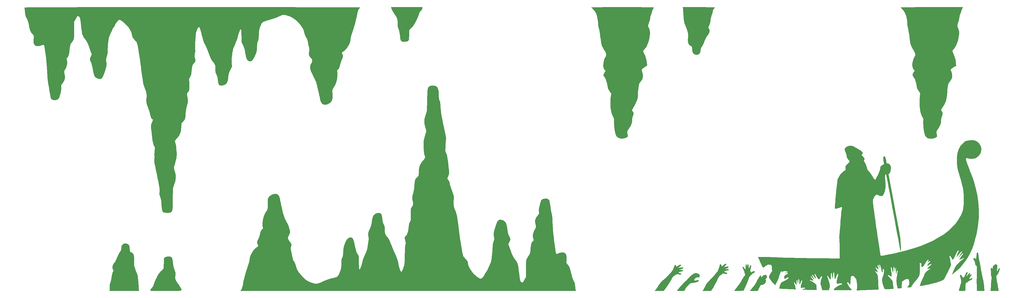
<source format=gbr>
%TF.GenerationSoftware,KiCad,Pcbnew,(5.99.0-11177-g6c67dfa032)*%
%TF.CreationDate,2021-09-16T00:40:47+03:00*%
%TF.ProjectId,Charon_32U4_Hotswap,43686172-6f6e-45f3-9332-55345f486f74,rev?*%
%TF.SameCoordinates,Original*%
%TF.FileFunction,Legend,Top*%
%TF.FilePolarity,Positive*%
%FSLAX46Y46*%
G04 Gerber Fmt 4.6, Leading zero omitted, Abs format (unit mm)*
G04 Created by KiCad (PCBNEW (5.99.0-11177-g6c67dfa032)) date 2021-09-16 00:40:47*
%MOMM*%
%LPD*%
G01*
G04 APERTURE LIST*
G04 APERTURE END LIST*
%TO.C,G\u002A\u002A\u002A*%
G36*
X354185470Y-135297237D02*
G01*
X354313813Y-135357175D01*
X354685930Y-135533756D01*
X354613330Y-136598881D01*
X354585406Y-137134438D01*
X354588456Y-137479151D01*
X354622896Y-137644723D01*
X354651055Y-137664006D01*
X354751898Y-137576305D01*
X354828914Y-137382352D01*
X354943916Y-137031925D01*
X355089862Y-136756268D01*
X355241529Y-136578740D01*
X355373690Y-136522696D01*
X355461123Y-136611494D01*
X355482217Y-136777407D01*
X355430767Y-137127103D01*
X355295108Y-137573296D01*
X355103277Y-138050049D01*
X354883308Y-138491421D01*
X354663239Y-138831475D01*
X354561204Y-138943559D01*
X354400130Y-139199185D01*
X354355604Y-139435235D01*
X354373874Y-139667483D01*
X354424244Y-140059494D01*
X354500055Y-140569894D01*
X354594648Y-141157308D01*
X354701363Y-141780362D01*
X354813541Y-142397681D01*
X354922900Y-142959889D01*
X354997610Y-143363461D01*
X355051247Y-143719987D01*
X355072520Y-143954101D01*
X355072540Y-143958478D01*
X355072540Y-144218844D01*
X352386034Y-144218844D01*
X352445734Y-143681143D01*
X352473642Y-143371371D01*
X352506476Y-142916228D01*
X352540295Y-142374987D01*
X352571157Y-141806925D01*
X352573445Y-141760780D01*
X352605247Y-141228902D01*
X352644046Y-140753840D01*
X352685326Y-140381990D01*
X352724572Y-140159751D01*
X352731335Y-140138510D01*
X352757187Y-139803351D01*
X352678057Y-139472784D01*
X352615422Y-139186038D01*
X352560585Y-138745553D01*
X352518782Y-138202412D01*
X352497874Y-137715215D01*
X352485638Y-137163006D01*
X352486842Y-136784615D01*
X352504177Y-136549304D01*
X352540337Y-136426334D01*
X352598011Y-136384967D01*
X352614475Y-136383764D01*
X352744451Y-136472094D01*
X352866965Y-136690761D01*
X352885368Y-136742231D01*
X353002632Y-137100699D01*
X353071504Y-136691022D01*
X353150203Y-136237504D01*
X353208627Y-135950061D01*
X353257010Y-135792214D01*
X353305584Y-135727483D01*
X353344439Y-135718038D01*
X353474317Y-135649218D01*
X353663142Y-135480441D01*
X353692654Y-135449316D01*
X353861204Y-135281990D01*
X353995773Y-135235703D01*
X354185470Y-135297237D01*
G37*
G36*
X343033204Y-48994449D02*
G01*
X342963873Y-49187128D01*
X342835878Y-49513285D01*
X342671016Y-49918024D01*
X342575706Y-50146667D01*
X342334587Y-50741020D01*
X342161344Y-51232129D01*
X342032897Y-51700288D01*
X341926162Y-52225788D01*
X341854351Y-52655941D01*
X341751855Y-53167702D01*
X341608210Y-53723342D01*
X341479631Y-54128902D01*
X341339172Y-54571496D01*
X341281902Y-54937247D01*
X341312051Y-55293058D01*
X341433848Y-55705829D01*
X341606571Y-56137262D01*
X341736195Y-56459047D01*
X341814587Y-56722477D01*
X341850253Y-56992842D01*
X341851697Y-57335430D01*
X341827425Y-57815530D01*
X341826724Y-57827181D01*
X341724266Y-58760685D01*
X341536719Y-59698287D01*
X341277783Y-60600293D01*
X340961162Y-61427008D01*
X340600556Y-62138738D01*
X340209668Y-62695788D01*
X340107586Y-62807498D01*
X339856377Y-63090901D01*
X339676762Y-63342186D01*
X339607227Y-63507429D01*
X339607217Y-63508589D01*
X339649456Y-63685905D01*
X339761473Y-63988206D01*
X339921219Y-64357374D01*
X339964057Y-64449141D01*
X340374324Y-65500006D01*
X340664584Y-66639791D01*
X340804222Y-67676481D01*
X340865334Y-68511940D01*
X340415509Y-68739140D01*
X340033369Y-68952450D01*
X339658523Y-69195858D01*
X339332618Y-69438108D01*
X339097301Y-69647949D01*
X338994218Y-69794125D01*
X338992701Y-69806886D01*
X339031930Y-69972353D01*
X339131764Y-70245591D01*
X339201142Y-70409989D01*
X339375907Y-70957608D01*
X339471031Y-71583441D01*
X339478632Y-72199444D01*
X339403802Y-72673842D01*
X339231978Y-73067433D01*
X338940337Y-73506947D01*
X338784111Y-73697430D01*
X338538105Y-74014361D01*
X338342322Y-74360038D01*
X338188769Y-74765384D01*
X338069456Y-75261322D01*
X337976392Y-75878773D01*
X337901585Y-76648661D01*
X337856252Y-77287796D01*
X337785175Y-78240777D01*
X337697428Y-79031004D01*
X337580801Y-79700514D01*
X337423088Y-80291343D01*
X337212081Y-80845528D01*
X336935573Y-81405106D01*
X336581356Y-82012112D01*
X336400463Y-82300766D01*
X336159598Y-82692077D01*
X335967213Y-83028668D01*
X335846752Y-83268031D01*
X335817701Y-83357398D01*
X335876156Y-83523097D01*
X336021667Y-83762307D01*
X336073750Y-83833531D01*
X336281552Y-84241348D01*
X336313437Y-84704304D01*
X336169989Y-85245713D01*
X336112657Y-85382883D01*
X335970277Y-85825844D01*
X335860230Y-86418529D01*
X335811534Y-86855378D01*
X335748997Y-87474895D01*
X335667812Y-87955733D01*
X335545160Y-88364007D01*
X335358224Y-88765835D01*
X335084184Y-89227332D01*
X334888452Y-89529957D01*
X334628722Y-89943808D01*
X334411194Y-90324547D01*
X334262952Y-90622744D01*
X334213790Y-90761183D01*
X334214668Y-91049198D01*
X334292296Y-91421557D01*
X334337955Y-91562469D01*
X334440124Y-91868712D01*
X334467715Y-92060233D01*
X334421803Y-92212669D01*
X334348893Y-92332980D01*
X334100982Y-92609608D01*
X333758394Y-92801042D01*
X333287148Y-92919815D01*
X332653260Y-92978457D01*
X332591491Y-92981043D01*
X332096727Y-92990409D01*
X331742245Y-92967990D01*
X331464918Y-92906124D01*
X331244267Y-92817534D01*
X330935372Y-92627904D01*
X330682538Y-92360140D01*
X330471507Y-91985942D01*
X330288022Y-91477009D01*
X330117824Y-90805039D01*
X330038040Y-90423202D01*
X329915688Y-89755612D01*
X329840521Y-89186184D01*
X329804401Y-88623008D01*
X329799188Y-87974175D01*
X329802235Y-87760298D01*
X329826169Y-86403118D01*
X329401059Y-85532554D01*
X329180850Y-85033183D01*
X328976939Y-84487165D01*
X328826141Y-83995111D01*
X328801401Y-83893844D01*
X328709541Y-83354238D01*
X328638285Y-82666700D01*
X328589425Y-81887271D01*
X328564756Y-81071992D01*
X328566070Y-80276903D01*
X328595162Y-79558046D01*
X328645714Y-79028925D01*
X328700994Y-78595770D01*
X328742626Y-78224167D01*
X328764309Y-77972437D01*
X328765947Y-77916326D01*
X328708960Y-77748863D01*
X328560397Y-77465265D01*
X328347755Y-77116074D01*
X328250379Y-76968560D01*
X327927981Y-76443567D01*
X327738734Y-76011099D01*
X327672617Y-75725515D01*
X327583176Y-75190761D01*
X327457585Y-74596491D01*
X327311769Y-74006651D01*
X327161655Y-73485185D01*
X327023167Y-73096035D01*
X327010385Y-73066439D01*
X326810440Y-72685862D01*
X326563494Y-72305125D01*
X326499697Y-72220762D01*
X326274133Y-71862548D01*
X326205797Y-71523013D01*
X326296502Y-71154937D01*
X326548063Y-70711100D01*
X326558257Y-70695908D01*
X326926232Y-70149496D01*
X326667192Y-69877920D01*
X326436262Y-69584607D01*
X326282049Y-69244137D01*
X326179928Y-68792929D01*
X326142892Y-68524277D01*
X326132413Y-67962145D01*
X326208352Y-67315278D01*
X326354423Y-66666497D01*
X326554338Y-66098620D01*
X326662253Y-65883246D01*
X326910942Y-65447473D01*
X327071425Y-65145253D01*
X327155761Y-64931517D01*
X327176006Y-64761196D01*
X327144218Y-64589218D01*
X327072453Y-64370515D01*
X327069364Y-64361454D01*
X326949683Y-64075852D01*
X326752348Y-63674316D01*
X326507152Y-63215311D01*
X326300838Y-62853301D01*
X326045313Y-62399894D01*
X325820849Y-61967441D01*
X325654649Y-61610390D01*
X325581125Y-61412796D01*
X325534221Y-61191109D01*
X325467340Y-60802512D01*
X325386090Y-60283327D01*
X325296085Y-59669878D01*
X325202935Y-58998487D01*
X325169751Y-58749893D01*
X325071129Y-58046561D01*
X324965698Y-57369731D01*
X324860682Y-56760640D01*
X324763303Y-56260528D01*
X324680784Y-55910635D01*
X324660680Y-55843203D01*
X324498036Y-55121815D01*
X324448763Y-54460542D01*
X324412907Y-53738494D01*
X324315256Y-52947796D01*
X324169629Y-52173919D01*
X323989843Y-51502330D01*
X323952792Y-51392861D01*
X323605643Y-50586436D01*
X323165734Y-49907038D01*
X322705675Y-49395565D01*
X322452555Y-49137784D01*
X322270108Y-48935528D01*
X322196103Y-48830785D01*
X322195927Y-48828900D01*
X322296084Y-48819934D01*
X322587507Y-48811334D01*
X323056624Y-48803185D01*
X323689863Y-48795572D01*
X324473650Y-48788578D01*
X325394414Y-48782289D01*
X326438582Y-48776787D01*
X327592582Y-48772158D01*
X328842841Y-48768485D01*
X330175787Y-48765853D01*
X331577847Y-48764347D01*
X332649603Y-48764006D01*
X343103279Y-48764006D01*
X343033204Y-48994449D01*
G37*
G36*
X271071980Y-135281251D02*
G01*
X271157496Y-135574287D01*
X271208858Y-136064724D01*
X271211692Y-136127835D01*
X271242298Y-136895860D01*
X271435084Y-136332554D01*
X271600506Y-135895072D01*
X271737738Y-135641527D01*
X271857691Y-135554785D01*
X271919629Y-135571581D01*
X271993009Y-135725836D01*
X272001719Y-136023419D01*
X271948404Y-136414194D01*
X271855705Y-136784114D01*
X271751023Y-137153537D01*
X271714771Y-137391870D01*
X271748790Y-137561737D01*
X271854919Y-137725761D01*
X271884455Y-137762753D01*
X272065726Y-137986612D01*
X272344246Y-137767528D01*
X272716839Y-137591102D01*
X272955887Y-137580620D01*
X273232963Y-137653171D01*
X273323303Y-137785045D01*
X273228530Y-137955072D01*
X272950268Y-138142079D01*
X272911335Y-138161421D01*
X272490211Y-138429095D01*
X272058394Y-138808821D01*
X271669225Y-139243656D01*
X271376048Y-139676657D01*
X271266560Y-139917231D01*
X271102617Y-140372379D01*
X270896765Y-140899635D01*
X270636313Y-141529979D01*
X270308570Y-142294387D01*
X270057006Y-142869711D01*
X269486230Y-144167635D01*
X267862283Y-144195933D01*
X267254891Y-144205398D01*
X266825787Y-144207360D01*
X266548473Y-144199040D01*
X266396454Y-144177664D01*
X266343233Y-144140452D01*
X266362312Y-144084630D01*
X266396350Y-144042304D01*
X266806226Y-143553671D01*
X267232347Y-143016889D01*
X267644966Y-142472210D01*
X268014339Y-141959886D01*
X268310722Y-141520171D01*
X268504370Y-141193317D01*
X268510500Y-141181297D01*
X268708303Y-140819501D01*
X268979166Y-140363507D01*
X269278683Y-139886931D01*
X269430038Y-139656873D01*
X269698151Y-139252851D01*
X269866842Y-138976877D01*
X269951712Y-138787502D01*
X269968364Y-138643281D01*
X269932400Y-138502766D01*
X269897312Y-138415557D01*
X269801064Y-138134287D01*
X269757446Y-137906269D01*
X269757217Y-137895131D01*
X269713341Y-137711321D01*
X269598815Y-137413976D01*
X269453173Y-137098091D01*
X269247914Y-136645751D01*
X269157190Y-136336470D01*
X269176090Y-136146900D01*
X269238981Y-136080300D01*
X269352648Y-136079037D01*
X269500498Y-136217556D01*
X269703468Y-136517316D01*
X269764868Y-136619277D01*
X269915616Y-136820037D01*
X270042231Y-136900532D01*
X270066053Y-136894885D01*
X270113399Y-136769788D01*
X270148818Y-136493656D01*
X270166123Y-136120212D01*
X270166895Y-136019251D01*
X270175435Y-135593070D01*
X270204886Y-135338408D01*
X270260994Y-135222505D01*
X270309566Y-135205941D01*
X270438564Y-135255737D01*
X270522953Y-135424798D01*
X270571426Y-135742639D01*
X270591113Y-136161697D01*
X270605654Y-136793441D01*
X270676394Y-136098765D01*
X270754519Y-135594374D01*
X270856091Y-135290513D01*
X270966712Y-135186399D01*
X271071980Y-135281251D01*
G37*
G36*
X255462579Y-48765420D02*
G01*
X256427062Y-48769485D01*
X257308142Y-48775931D01*
X258086931Y-48784487D01*
X258744537Y-48794886D01*
X259262071Y-48806857D01*
X259620644Y-48820131D01*
X259801364Y-48834438D01*
X259819691Y-48840820D01*
X259760972Y-48961136D01*
X259614918Y-49180427D01*
X259516863Y-49314010D01*
X259259450Y-49784376D01*
X259154036Y-50184574D01*
X259074993Y-50557455D01*
X258942062Y-50989257D01*
X258852627Y-51222070D01*
X258742567Y-51546387D01*
X258619982Y-52011213D01*
X258499931Y-52554084D01*
X258398813Y-53104325D01*
X258266448Y-53808226D01*
X258115980Y-54427775D01*
X257960499Y-54911248D01*
X257911495Y-55029509D01*
X257639433Y-55635744D01*
X257860422Y-56028940D01*
X258034279Y-56464693D01*
X258061084Y-56915471D01*
X257934704Y-57406124D01*
X257649008Y-57961499D01*
X257237051Y-58555107D01*
X256896968Y-59088344D01*
X256547644Y-59797790D01*
X256303526Y-60388602D01*
X256086905Y-60912126D01*
X255858603Y-61401749D01*
X255645528Y-61802909D01*
X255485203Y-62048039D01*
X255280006Y-62341441D01*
X255160462Y-62632371D01*
X255093419Y-63010994D01*
X255078739Y-63153543D01*
X255025676Y-63549649D01*
X254951221Y-63899443D01*
X254884240Y-64096589D01*
X254600256Y-64457753D01*
X254190417Y-64697747D01*
X253706826Y-64796841D01*
X253201588Y-64735302D01*
X253199379Y-64734642D01*
X252875223Y-64558689D01*
X252566027Y-64265464D01*
X252344353Y-63930843D01*
X252292288Y-63786152D01*
X252256082Y-63576411D01*
X252211258Y-63234064D01*
X252167108Y-62830558D01*
X252164294Y-62801980D01*
X252089879Y-62040358D01*
X251631723Y-61772634D01*
X251320475Y-61548301D01*
X251061461Y-61289568D01*
X250984637Y-61181417D01*
X250817210Y-60739689D01*
X250734797Y-60165647D01*
X250741888Y-59515324D01*
X250810095Y-59003512D01*
X250864841Y-58684073D01*
X250888069Y-58419548D01*
X250875408Y-58152798D01*
X250822487Y-57826685D01*
X250724935Y-57384071D01*
X250667667Y-57141551D01*
X250510450Y-56563349D01*
X250311824Y-55950027D01*
X250102538Y-55392485D01*
X249984718Y-55122711D01*
X249817136Y-54748447D01*
X249683102Y-54391553D01*
X249576641Y-54018501D01*
X249491777Y-53595767D01*
X249422536Y-53089824D01*
X249362942Y-52467146D01*
X249307020Y-51694207D01*
X249271262Y-51119651D01*
X249232643Y-50514306D01*
X249192997Y-49962671D01*
X249155537Y-49504664D01*
X249123477Y-49180203D01*
X249104318Y-49045659D01*
X249044628Y-48764006D01*
X254433584Y-48764006D01*
X255462579Y-48765420D01*
G37*
G36*
X253709954Y-138220805D02*
G01*
X254217348Y-138437926D01*
X254308533Y-138494037D01*
X254650958Y-138751561D01*
X254796128Y-138958705D01*
X254744946Y-139116976D01*
X254701295Y-139149257D01*
X254654313Y-139285282D01*
X254701295Y-139404617D01*
X254783341Y-139588740D01*
X254755812Y-139681380D01*
X254587499Y-139701648D01*
X254266290Y-139670975D01*
X253775270Y-139678461D01*
X253372803Y-139815431D01*
X253096435Y-140064007D01*
X253003356Y-140272293D01*
X252959044Y-140576351D01*
X253033521Y-140729091D01*
X253247709Y-140747575D01*
X253509082Y-140684666D01*
X253885591Y-140606726D01*
X254191517Y-140608572D01*
X254377635Y-140686711D01*
X254409677Y-140748531D01*
X254433392Y-140932939D01*
X254435282Y-140952857D01*
X254348723Y-141037374D01*
X254108849Y-141145323D01*
X253763764Y-141262878D01*
X253361576Y-141376212D01*
X252950390Y-141471500D01*
X252578312Y-141534914D01*
X252345927Y-141553360D01*
X252005241Y-141570601D01*
X251715562Y-141607109D01*
X251652210Y-141621119D01*
X251489394Y-141726720D01*
X251238719Y-141960405D01*
X250932519Y-142284387D01*
X250603125Y-142660880D01*
X250282873Y-143052097D01*
X250004095Y-143420252D01*
X249799124Y-143727559D01*
X249719552Y-143879717D01*
X249577855Y-144218844D01*
X248350198Y-144218844D01*
X247876019Y-144213658D01*
X247486959Y-144199530D01*
X247222616Y-144178602D01*
X247122593Y-144153019D01*
X247122540Y-144152397D01*
X247191669Y-144022458D01*
X247385785Y-143768859D01*
X247684976Y-143412729D01*
X248069334Y-142975198D01*
X248518948Y-142477395D01*
X249013910Y-141940450D01*
X249534309Y-141385493D01*
X250060235Y-140833654D01*
X250571780Y-140306062D01*
X251049033Y-139823848D01*
X251472085Y-139408139D01*
X251821026Y-139080067D01*
X252075946Y-138860761D01*
X252174735Y-138790618D01*
X252491954Y-138596389D01*
X252777286Y-138411168D01*
X252857933Y-138355336D01*
X253253064Y-138192917D01*
X253709954Y-138220805D01*
G37*
G36*
X165366115Y-75187077D02*
G01*
X165886912Y-75272467D01*
X166328584Y-75431907D01*
X166597880Y-75624553D01*
X166816195Y-75980553D01*
X166980482Y-76516626D01*
X167086945Y-77214260D01*
X167131784Y-78054942D01*
X167133024Y-78233012D01*
X167139987Y-78788675D01*
X167167182Y-79206581D01*
X167224069Y-79553528D01*
X167320110Y-79896313D01*
X167401944Y-80131856D01*
X167513107Y-80466941D01*
X167595244Y-80799038D01*
X167655648Y-81176836D01*
X167701607Y-81649023D01*
X167740412Y-82264287D01*
X167750544Y-82459973D01*
X167798213Y-83138676D01*
X167878096Y-83886567D01*
X167993439Y-84722530D01*
X168147490Y-85665445D01*
X168343494Y-86734193D01*
X168584699Y-87947657D01*
X168874352Y-89324717D01*
X169141869Y-90551102D01*
X169302470Y-91290607D01*
X169419208Y-91864552D01*
X169496922Y-92306344D01*
X169540449Y-92649388D01*
X169554626Y-92927090D01*
X169544291Y-93172857D01*
X169534897Y-93265215D01*
X169499353Y-93651646D01*
X169462324Y-94186159D01*
X169426663Y-94812040D01*
X169395222Y-95472580D01*
X169370856Y-96111066D01*
X169356416Y-96670787D01*
X169354059Y-96859931D01*
X169415542Y-97384993D01*
X169570457Y-97738284D01*
X169696004Y-97978832D01*
X169808981Y-98284240D01*
X169914005Y-98677544D01*
X170015691Y-99181782D01*
X170118654Y-99819989D01*
X170227511Y-100615204D01*
X170346877Y-101590462D01*
X170353366Y-101645746D01*
X170455177Y-102529598D01*
X170530558Y-103238107D01*
X170579188Y-103799100D01*
X170600747Y-104240403D01*
X170594915Y-104589840D01*
X170561372Y-104875239D01*
X170499796Y-105124424D01*
X170409868Y-105365222D01*
X170307943Y-105590339D01*
X170153457Y-105939528D01*
X170043143Y-106232065D01*
X170000767Y-106404892D01*
X170000766Y-106405375D01*
X170067053Y-106573957D01*
X170235134Y-106812525D01*
X170341250Y-106933881D01*
X170537257Y-107175872D01*
X170666594Y-107440055D01*
X170759356Y-107798906D01*
X170802900Y-108045559D01*
X170880786Y-108396566D01*
X171018557Y-108887543D01*
X171200621Y-109468034D01*
X171411386Y-110087583D01*
X171562467Y-110503624D01*
X171809213Y-111174315D01*
X171988203Y-111703391D01*
X172106740Y-112139829D01*
X172172128Y-112532604D01*
X172191668Y-112930694D01*
X172172665Y-113383075D01*
X172122421Y-113938722D01*
X172102878Y-114127807D01*
X172078826Y-114959318D01*
X172194918Y-115766316D01*
X172461979Y-116613056D01*
X172563459Y-116861730D01*
X172712065Y-117221769D01*
X172843496Y-117570511D01*
X172961575Y-117928081D01*
X173070127Y-118314604D01*
X173172977Y-118750207D01*
X173273949Y-119255016D01*
X173376867Y-119849155D01*
X173485556Y-120552751D01*
X173603840Y-121385930D01*
X173735544Y-122368817D01*
X173884492Y-123521538D01*
X173996066Y-124400699D01*
X174161916Y-125659249D01*
X174343209Y-126937877D01*
X174533755Y-128197884D01*
X174727368Y-129400568D01*
X174917859Y-130507229D01*
X175099039Y-131479167D01*
X175230802Y-132122962D01*
X175314121Y-132430487D01*
X175436641Y-132679174D01*
X175638651Y-132931127D01*
X175960440Y-133248452D01*
X175961637Y-133249575D01*
X176467439Y-133782617D01*
X176791936Y-134268789D01*
X176947257Y-134728619D01*
X176965282Y-134948371D01*
X177047119Y-135502890D01*
X177278093Y-136138514D01*
X177636392Y-136823487D01*
X178100210Y-137526056D01*
X178647736Y-138214468D01*
X179257162Y-138856969D01*
X179906678Y-139421804D01*
X180173298Y-139619212D01*
X180635338Y-139915339D01*
X181014605Y-140077234D01*
X181337997Y-140094684D01*
X181632411Y-139957474D01*
X181924747Y-139655393D01*
X182241901Y-139178228D01*
X182490443Y-138739409D01*
X182722696Y-138327413D01*
X182951491Y-137945523D01*
X183137574Y-137658558D01*
X183183465Y-137595017D01*
X183341433Y-137344798D01*
X183537370Y-136975252D01*
X183734029Y-136557579D01*
X183772794Y-136468404D01*
X183985065Y-135987700D01*
X184220266Y-135479073D01*
X184429621Y-135047859D01*
X184441029Y-135025301D01*
X184577832Y-134734975D01*
X184680417Y-134452778D01*
X184759896Y-134129992D01*
X184827385Y-133717899D01*
X184893996Y-133167781D01*
X184919992Y-132925704D01*
X184987451Y-132225282D01*
X185054173Y-131429985D01*
X185111976Y-130643042D01*
X185149264Y-130033764D01*
X185197691Y-129314457D01*
X185264044Y-128732568D01*
X185358499Y-128220822D01*
X185491236Y-127711944D01*
X185510214Y-127647896D01*
X185643415Y-127182916D01*
X185716845Y-126854539D01*
X185737489Y-126605714D01*
X185712333Y-126379390D01*
X185681923Y-126245487D01*
X185565052Y-125516641D01*
X185582383Y-124755177D01*
X185737702Y-123921882D01*
X185983626Y-123120457D01*
X186169667Y-122589599D01*
X186354054Y-122061087D01*
X186513178Y-121602719D01*
X186607780Y-121328118D01*
X186820175Y-120822449D01*
X187065702Y-120493487D01*
X187376371Y-120313102D01*
X187784191Y-120253167D01*
X187831525Y-120252715D01*
X188462793Y-120350625D01*
X189025973Y-120638122D01*
X189446529Y-121036362D01*
X189618821Y-121292928D01*
X189769065Y-121629890D01*
X189904844Y-122074521D01*
X190033736Y-122654094D01*
X190163325Y-123395884D01*
X190237495Y-123881890D01*
X190340924Y-124529132D01*
X190442857Y-125019815D01*
X190557617Y-125401608D01*
X190699525Y-125722179D01*
X190882382Y-126028412D01*
X191076748Y-126419927D01*
X191131929Y-126826056D01*
X191046520Y-127290955D01*
X190824470Y-127847401D01*
X190504712Y-128528781D01*
X190850354Y-129383692D01*
X191026574Y-129852362D01*
X191184302Y-130329505D01*
X191295084Y-130727620D01*
X191311570Y-130801909D01*
X191472891Y-131346653D01*
X191738841Y-131980257D01*
X192077289Y-132639083D01*
X192456105Y-133259492D01*
X192768665Y-133687917D01*
X193076352Y-134086986D01*
X193316105Y-134451275D01*
X193500954Y-134819552D01*
X193643930Y-135230583D01*
X193758064Y-135723134D01*
X193856386Y-136335974D01*
X193951927Y-137107867D01*
X193968951Y-137258783D01*
X194083523Y-138258313D01*
X194184805Y-139073771D01*
X194277334Y-139725143D01*
X194365648Y-140232419D01*
X194454284Y-140615587D01*
X194547780Y-140894635D01*
X194650672Y-141089551D01*
X194767497Y-141220325D01*
X194885945Y-141298484D01*
X195131350Y-141390811D01*
X195313942Y-141401704D01*
X195317791Y-141400329D01*
X195416976Y-141291132D01*
X195576909Y-141037913D01*
X195772512Y-140682641D01*
X195913190Y-140403991D01*
X196373750Y-139459396D01*
X196377566Y-136846177D01*
X196380908Y-135956704D01*
X196391384Y-135242867D01*
X196413990Y-134675473D01*
X196453722Y-134225329D01*
X196515580Y-133863243D01*
X196604558Y-133560022D01*
X196725655Y-133286475D01*
X196883867Y-133013409D01*
X197084191Y-132711631D01*
X197085672Y-132709468D01*
X197372878Y-132282021D01*
X197579031Y-131938651D01*
X197720779Y-131627390D01*
X197814768Y-131296273D01*
X197877647Y-130893331D01*
X197926063Y-130366598D01*
X197952734Y-130002819D01*
X198015513Y-129271278D01*
X198093576Y-128707096D01*
X198197797Y-128272845D01*
X198339052Y-127931091D01*
X198528219Y-127644405D01*
X198691596Y-127459923D01*
X199001883Y-127139308D01*
X198830435Y-126640568D01*
X198715301Y-126034343D01*
X198737288Y-125346917D01*
X198884596Y-124637736D01*
X199145421Y-123966245D01*
X199464395Y-123447269D01*
X199649251Y-123130212D01*
X199736646Y-122764869D01*
X199728477Y-122311493D01*
X199626643Y-121730338D01*
X199559691Y-121451550D01*
X199468964Y-121063133D01*
X199435661Y-120787614D01*
X199458603Y-120541611D01*
X199536615Y-120241743D01*
X199542334Y-120222517D01*
X199684190Y-119878640D01*
X199916502Y-119451964D01*
X200198052Y-119016596D01*
X200264106Y-118924836D01*
X200826799Y-118160262D01*
X200763840Y-117337336D01*
X200742560Y-116951045D01*
X200750143Y-116615714D01*
X200794508Y-116269808D01*
X200883570Y-115851796D01*
X201025249Y-115300142D01*
X201026626Y-115294984D01*
X201166223Y-114794173D01*
X201303072Y-114341084D01*
X201421132Y-113986628D01*
X201502093Y-113786033D01*
X201789554Y-113448561D01*
X202234733Y-113235874D01*
X202830515Y-113151146D01*
X202928588Y-113149672D01*
X203427336Y-113181355D01*
X203798806Y-113295296D01*
X204067765Y-113518048D01*
X204258979Y-113876164D01*
X204397213Y-114396198D01*
X204465028Y-114796989D01*
X204604956Y-115732912D01*
X204722140Y-116489799D01*
X204820807Y-117091666D01*
X204905185Y-117562534D01*
X204979499Y-117926419D01*
X205047977Y-118207341D01*
X205091714Y-118357957D01*
X205165265Y-118701738D01*
X205231750Y-119230469D01*
X205289158Y-119924324D01*
X205335482Y-120763478D01*
X205335541Y-120764812D01*
X205407151Y-122188983D01*
X205492188Y-123546866D01*
X205588457Y-124813441D01*
X205693765Y-125963686D01*
X205805917Y-126972580D01*
X205922721Y-127815099D01*
X205986612Y-128190215D01*
X206089477Y-128781245D01*
X206183936Y-129388248D01*
X206259104Y-129937336D01*
X206302276Y-130332670D01*
X206354454Y-130756009D01*
X206432151Y-131165320D01*
X206522877Y-131512168D01*
X206614141Y-131748119D01*
X206687273Y-131825628D01*
X206790255Y-131789464D01*
X207029308Y-131695397D01*
X207332621Y-131572011D01*
X207873671Y-131401545D01*
X208428084Y-131316499D01*
X208941873Y-131318259D01*
X209361054Y-131408208D01*
X209557633Y-131514950D01*
X209795175Y-131798002D01*
X209949391Y-132217544D01*
X210023854Y-132790830D01*
X210022140Y-133535117D01*
X210012628Y-133711631D01*
X209948202Y-134764593D01*
X210495140Y-135450947D01*
X210767180Y-135822507D01*
X210991482Y-136207843D01*
X211182031Y-136644497D01*
X211352811Y-137170010D01*
X211517808Y-137821922D01*
X211691004Y-138637775D01*
X211701056Y-138688199D01*
X211810564Y-139200053D01*
X211925013Y-139622343D01*
X212067846Y-140018228D01*
X212262502Y-140450867D01*
X212532422Y-140983417D01*
X212602436Y-141116846D01*
X212737368Y-141452700D01*
X212837333Y-141898823D01*
X212911734Y-142499041D01*
X212920997Y-142601927D01*
X212965750Y-143077237D01*
X213012252Y-143503217D01*
X213053730Y-143820746D01*
X213073947Y-143937191D01*
X213135590Y-144218844D01*
X100439815Y-144218844D01*
X100715043Y-143891755D01*
X100881271Y-143678799D01*
X101008281Y-143464748D01*
X101110368Y-143207269D01*
X101201829Y-142864032D01*
X101296958Y-142392703D01*
X101381059Y-141919583D01*
X101537030Y-141138341D01*
X101760877Y-140195576D01*
X102044763Y-139120101D01*
X102380851Y-137940724D01*
X102761302Y-136686256D01*
X103060562Y-135745731D01*
X103329176Y-134880302D01*
X103513285Y-134200394D01*
X103613131Y-133705042D01*
X103633024Y-133470743D01*
X103713251Y-132875573D01*
X103935573Y-132210220D01*
X104272452Y-131519319D01*
X104696350Y-130847505D01*
X105179728Y-130239412D01*
X105695047Y-129739678D01*
X106116693Y-129445124D01*
X106360102Y-129290335D01*
X106471133Y-129141904D01*
X106461329Y-128941895D01*
X106342233Y-128632370D01*
X106298176Y-128534263D01*
X106169642Y-128217443D01*
X106114601Y-127949760D01*
X106139321Y-127676454D01*
X106250071Y-127342761D01*
X106453117Y-126893920D01*
X106496145Y-126804540D01*
X106711377Y-126304925D01*
X106909177Y-125751754D01*
X107051651Y-125252605D01*
X107067019Y-125183817D01*
X107191185Y-124634787D01*
X107305276Y-124241776D01*
X107429843Y-123958269D01*
X107585437Y-123737748D01*
X107792608Y-123533697D01*
X107798199Y-123528780D01*
X108010986Y-123326493D01*
X108093983Y-123168534D01*
X108076920Y-122970727D01*
X108042197Y-122837920D01*
X107941633Y-122200112D01*
X107944343Y-121441045D01*
X108039652Y-120609680D01*
X108216884Y-119754976D01*
X108465365Y-118925893D01*
X108774417Y-118171391D01*
X109133367Y-117540430D01*
X109224868Y-117413983D01*
X109423540Y-117135446D01*
X109564414Y-116875791D01*
X109655459Y-116593411D01*
X109704646Y-116246701D01*
X109719947Y-115794054D01*
X109709333Y-115193864D01*
X109700600Y-114930781D01*
X109682039Y-114331412D01*
X109677835Y-113894401D01*
X109691343Y-113577562D01*
X109725922Y-113338711D01*
X109784926Y-113135661D01*
X109857582Y-112957923D01*
X110158258Y-112506242D01*
X110611067Y-112109605D01*
X111164843Y-111798000D01*
X111768418Y-111601412D01*
X112264965Y-111547070D01*
X112757420Y-111641381D01*
X113170141Y-111921806D01*
X113500244Y-112384581D01*
X113744845Y-113025945D01*
X113874257Y-113646667D01*
X113953797Y-114104230D01*
X114075786Y-114720155D01*
X114231486Y-115454464D01*
X114412160Y-116267177D01*
X114609070Y-117118318D01*
X114813479Y-117967907D01*
X114859203Y-118153118D01*
X115014616Y-118697966D01*
X115221101Y-119265409D01*
X115498006Y-119903159D01*
X115864678Y-120658933D01*
X115918569Y-120765622D01*
X116325305Y-121585520D01*
X116637252Y-122259798D01*
X116865009Y-122818482D01*
X117019179Y-123291599D01*
X117110360Y-123709175D01*
X117149154Y-124101236D01*
X117152379Y-124260446D01*
X117126522Y-124708523D01*
X117031991Y-125060482D01*
X116886466Y-125348544D01*
X116613370Y-125898109D01*
X116506204Y-126366826D01*
X116569415Y-126799868D01*
X116807450Y-127242408D01*
X117109470Y-127614508D01*
X117420232Y-128008973D01*
X117589807Y-128375914D01*
X117632660Y-128779219D01*
X117563255Y-129282776D01*
X117525407Y-129451572D01*
X117444128Y-129846915D01*
X117425628Y-130139026D01*
X117468788Y-130419288D01*
X117511584Y-130578184D01*
X117586373Y-130876248D01*
X117681320Y-131312982D01*
X117783159Y-131824963D01*
X117861907Y-132253062D01*
X117976863Y-132878020D01*
X118076373Y-133340104D01*
X118173583Y-133679273D01*
X118281640Y-133935486D01*
X118413689Y-134148703D01*
X118537042Y-134305224D01*
X118647360Y-134457546D01*
X118753520Y-134658651D01*
X118866350Y-134938346D01*
X118996681Y-135326440D01*
X119155342Y-135852742D01*
X119353162Y-136547060D01*
X119358759Y-136567030D01*
X119507736Y-136963341D01*
X119755365Y-137415387D01*
X120122723Y-137959978D01*
X120276815Y-138170302D01*
X121016787Y-139101714D01*
X121727903Y-139858502D01*
X122437974Y-140462888D01*
X123174814Y-140937090D01*
X123966236Y-141303331D01*
X124381842Y-141449935D01*
X125007795Y-141645309D01*
X125493042Y-141770787D01*
X125890181Y-141824235D01*
X126251812Y-141803520D01*
X126630533Y-141706509D01*
X127078943Y-141531068D01*
X127547943Y-141321528D01*
X128455031Y-140920529D01*
X129246361Y-140602181D01*
X129982624Y-140345095D01*
X130724511Y-140127882D01*
X131435282Y-139951559D01*
X131928440Y-139826223D01*
X132379890Y-139691736D01*
X132732284Y-139566277D01*
X132900261Y-139487135D01*
X133198059Y-139236513D01*
X133480527Y-138845965D01*
X133759821Y-138294818D01*
X134048100Y-137562397D01*
X134072448Y-137493841D01*
X134202576Y-137109578D01*
X134292461Y-136786645D01*
X134350101Y-136469269D01*
X134383492Y-136101673D01*
X134400630Y-135628081D01*
X134407797Y-135154731D01*
X134417293Y-134568851D01*
X134435251Y-134139055D01*
X134468714Y-133816592D01*
X134524727Y-133552711D01*
X134610332Y-133298664D01*
X134711152Y-133055135D01*
X134834397Y-132748036D01*
X134919884Y-132463430D01*
X134976600Y-132147570D01*
X135013531Y-131746708D01*
X135039665Y-131207097D01*
X135045084Y-131057957D01*
X135094241Y-130233408D01*
X135189054Y-129541628D01*
X135346590Y-128912552D01*
X135583915Y-128276115D01*
X135875936Y-127646998D01*
X136253160Y-127004349D01*
X136656424Y-126540713D01*
X137076094Y-126262351D01*
X137502532Y-126175525D01*
X137926101Y-126286497D01*
X137950379Y-126299135D01*
X138206247Y-126538029D01*
X138442290Y-126971570D01*
X138659388Y-127602238D01*
X138858426Y-128432518D01*
X139012193Y-129285314D01*
X139223607Y-130300031D01*
X139515128Y-131166692D01*
X139902610Y-131931740D01*
X139931912Y-131979731D01*
X140247943Y-132491828D01*
X140299153Y-134660043D01*
X140317522Y-135306816D01*
X140339784Y-135883292D01*
X140364257Y-136358383D01*
X140389255Y-136701006D01*
X140413097Y-136880076D01*
X140420363Y-136897920D01*
X140561308Y-136926293D01*
X140722881Y-136757355D01*
X140902349Y-136397293D01*
X141096981Y-135852298D01*
X141304044Y-135128559D01*
X141437018Y-134594679D01*
X141669862Y-133740922D01*
X141967466Y-132892741D01*
X142358228Y-131970125D01*
X142404855Y-131867776D01*
X142646711Y-131334919D01*
X142827143Y-130913236D01*
X142961226Y-130550463D01*
X143064034Y-130194335D01*
X143150640Y-129792585D01*
X143236119Y-129292949D01*
X143335545Y-128643161D01*
X143336273Y-128638312D01*
X143434028Y-127970657D01*
X143500604Y-127457740D01*
X143538539Y-127052253D01*
X143550375Y-126706889D01*
X143538653Y-126374343D01*
X143505913Y-126007306D01*
X143486857Y-125834570D01*
X143435519Y-125329904D01*
X143421271Y-124939083D01*
X143455388Y-124603206D01*
X143549143Y-124263370D01*
X143713812Y-123860675D01*
X143960669Y-123336218D01*
X143967961Y-123321099D01*
X144197988Y-122819485D01*
X144367840Y-122374735D01*
X144493740Y-121925874D01*
X144591908Y-121411925D01*
X144678566Y-120771912D01*
X144703713Y-120555310D01*
X144825199Y-119787239D01*
X145004499Y-119192964D01*
X145257457Y-118745784D01*
X145599917Y-118419001D01*
X146047725Y-118185918D01*
X146127244Y-118156580D01*
X146716749Y-118014178D01*
X147225896Y-118022811D01*
X147631367Y-118177967D01*
X147909847Y-118475135D01*
X147925784Y-118504604D01*
X148005274Y-118748003D01*
X148082368Y-119142522D01*
X148147661Y-119634564D01*
X148174891Y-119924307D01*
X148224872Y-120457448D01*
X148284953Y-120850534D01*
X148370995Y-121168268D01*
X148498859Y-121475354D01*
X148608627Y-121693623D01*
X148754363Y-121984414D01*
X148854520Y-122233736D01*
X148920026Y-122494685D01*
X148961804Y-122820358D01*
X148990781Y-123263852D01*
X149007590Y-123632554D01*
X149036922Y-124214959D01*
X149078839Y-124645882D01*
X149150553Y-124978627D01*
X149269276Y-125266498D01*
X149452218Y-125562799D01*
X149716591Y-125920836D01*
X149768202Y-125988199D01*
X150080189Y-126412683D01*
X150341516Y-126817599D01*
X150575535Y-127248781D01*
X150805595Y-127752064D01*
X151055049Y-128373283D01*
X151255294Y-128907151D01*
X151505322Y-129554634D01*
X151811152Y-130299257D01*
X152136541Y-131055166D01*
X152445249Y-131736506D01*
X152487465Y-131826102D01*
X152770907Y-132437164D01*
X152986757Y-132944368D01*
X153156961Y-133412489D01*
X153303462Y-133906302D01*
X153448205Y-134490580D01*
X153563093Y-135001102D01*
X153753195Y-135837048D01*
X153917455Y-136491195D01*
X154062660Y-136983968D01*
X154195599Y-137335790D01*
X154323058Y-137567087D01*
X154451827Y-137698282D01*
X154461544Y-137704542D01*
X154570275Y-137755582D01*
X154663445Y-137738127D01*
X154759922Y-137625050D01*
X154878574Y-137389226D01*
X155038268Y-137003526D01*
X155153574Y-136709601D01*
X155299867Y-136319130D01*
X155417010Y-135960633D01*
X155508677Y-135603857D01*
X155578538Y-135218551D01*
X155630264Y-134774464D01*
X155667528Y-134241345D01*
X155694001Y-133588943D01*
X155713355Y-132787005D01*
X155726613Y-131988115D01*
X155743893Y-131034070D01*
X155765477Y-130264198D01*
X155792550Y-129657860D01*
X155826295Y-129194413D01*
X155867898Y-128853217D01*
X155918543Y-128613630D01*
X155920728Y-128606026D01*
X155983361Y-128375364D01*
X156015318Y-128178289D01*
X156011452Y-127970239D01*
X155966615Y-127706655D01*
X155875659Y-127342975D01*
X155733437Y-126834638D01*
X155704291Y-126732383D01*
X155691530Y-126323610D01*
X155878998Y-125903519D01*
X156085045Y-125651303D01*
X156275812Y-125440653D01*
X156428615Y-125233412D01*
X156552490Y-124999580D01*
X156656477Y-124709155D01*
X156749614Y-124332138D01*
X156840937Y-123838527D01*
X156939486Y-123198321D01*
X157040974Y-122478189D01*
X157158393Y-121809338D01*
X157310644Y-121289039D01*
X157468222Y-120941898D01*
X157757320Y-120406344D01*
X157727851Y-118559720D01*
X157720192Y-117813910D01*
X157727675Y-117240665D01*
X157755646Y-116807948D01*
X157809449Y-116483719D01*
X157894428Y-116235941D01*
X158015927Y-116032575D01*
X158179292Y-115841583D01*
X158181691Y-115839066D01*
X158400733Y-115508313D01*
X158494753Y-115088739D01*
X158467405Y-114549906D01*
X158387408Y-114126262D01*
X158256853Y-113387445D01*
X158234667Y-112728627D01*
X158325138Y-112068410D01*
X158532556Y-111325395D01*
X158535446Y-111316632D01*
X158672060Y-110871162D01*
X158771383Y-110454816D01*
X158843330Y-110007447D01*
X158897812Y-109468913D01*
X158939642Y-108864261D01*
X158988080Y-108138875D01*
X159040971Y-107581801D01*
X159109199Y-107156612D01*
X159203650Y-106826882D01*
X159335208Y-106556185D01*
X159514761Y-106308094D01*
X159753192Y-106046183D01*
X159794481Y-106003686D01*
X160344781Y-105440048D01*
X160397069Y-104115132D01*
X160431836Y-103465119D01*
X160482163Y-102970041D01*
X160555183Y-102580166D01*
X160658027Y-102245765D01*
X160669559Y-102215201D01*
X160942067Y-101643802D01*
X161334068Y-101010169D01*
X161803562Y-100378081D01*
X162127355Y-100001576D01*
X162370495Y-99697518D01*
X162494690Y-99412929D01*
X162506700Y-99091161D01*
X162413282Y-98675566D01*
X162319891Y-98387859D01*
X162243527Y-98130332D01*
X162184402Y-97835272D01*
X162138935Y-97467535D01*
X162103546Y-96991976D01*
X162074657Y-96373450D01*
X162054832Y-95785736D01*
X161994036Y-93777312D01*
X162374166Y-92445860D01*
X162524915Y-91918268D01*
X162664606Y-91430152D01*
X162778868Y-91031670D01*
X162853334Y-90772979D01*
X162859779Y-90750729D01*
X162898565Y-90557525D01*
X162896743Y-90339123D01*
X162847401Y-90049973D01*
X162743629Y-89644523D01*
X162634468Y-89265648D01*
X162443804Y-88586354D01*
X162315345Y-88017296D01*
X162250821Y-87512207D01*
X162251961Y-87024819D01*
X162320495Y-86508864D01*
X162458154Y-85918074D01*
X162666668Y-85206181D01*
X162802310Y-84777022D01*
X163167467Y-83637796D01*
X163236648Y-80053118D01*
X163258114Y-79010181D01*
X163280522Y-78151681D01*
X163307001Y-77457230D01*
X163340683Y-76906438D01*
X163384697Y-76478915D01*
X163442173Y-76154274D01*
X163516241Y-75912124D01*
X163610033Y-75732076D01*
X163726677Y-75593741D01*
X163869305Y-75476730D01*
X163947565Y-75422387D01*
X164334582Y-75257318D01*
X164828052Y-75180455D01*
X165366115Y-75187077D01*
G37*
G36*
X62294816Y-128290562D02*
G01*
X62713938Y-128446509D01*
X63039678Y-128723302D01*
X63132844Y-128868849D01*
X63232662Y-129153287D01*
X63313450Y-129546461D01*
X63350469Y-129875507D01*
X63387483Y-130360049D01*
X63438091Y-130689465D01*
X63524846Y-130913269D01*
X63670299Y-131080977D01*
X63897002Y-131242105D01*
X64002936Y-131308090D01*
X64399083Y-131607157D01*
X64655235Y-131952319D01*
X64792101Y-132388728D01*
X64830394Y-132961536D01*
X64827764Y-133106344D01*
X64806995Y-133881585D01*
X64797218Y-134488664D01*
X64800967Y-134964082D01*
X64820782Y-135344341D01*
X64859199Y-135665944D01*
X64918754Y-135965392D01*
X65001985Y-136279187D01*
X65062489Y-136483405D01*
X65236401Y-137007892D01*
X65445765Y-137566540D01*
X65650769Y-138054302D01*
X65689528Y-138137870D01*
X65844989Y-138501922D01*
X65969813Y-138888564D01*
X66069350Y-139330457D01*
X66148955Y-139860264D01*
X66213979Y-140510648D01*
X66269775Y-141314271D01*
X66300004Y-141863199D01*
X66330636Y-142406012D01*
X66365493Y-142940510D01*
X66399628Y-143394430D01*
X66420896Y-143629933D01*
X66481256Y-144218844D01*
X56622540Y-144218844D01*
X56622540Y-142989812D01*
X56629260Y-142515359D01*
X56647571Y-142125996D01*
X56674696Y-141861299D01*
X56707859Y-141760844D01*
X56708747Y-141760780D01*
X56803332Y-141660140D01*
X56908430Y-141364516D01*
X57021558Y-140883349D01*
X57140227Y-140226079D01*
X57180744Y-139968441D01*
X57297247Y-139263278D01*
X57410975Y-138716721D01*
X57533784Y-138283060D01*
X57677529Y-137916587D01*
X57754235Y-137757417D01*
X57867848Y-137511609D01*
X57881475Y-137342703D01*
X57791159Y-137146662D01*
X57726965Y-137040481D01*
X57542244Y-136573071D01*
X57538329Y-136059622D01*
X57717524Y-135490854D01*
X58082134Y-134857482D01*
X58363344Y-134477207D01*
X58600468Y-134121629D01*
X58842498Y-133669998D01*
X59029651Y-133238493D01*
X59348261Y-132426969D01*
X59647510Y-131756014D01*
X59918241Y-131244444D01*
X60151295Y-130911073D01*
X60175102Y-130885184D01*
X60325381Y-130688820D01*
X60422423Y-130442589D01*
X60486785Y-130083763D01*
X60511603Y-129858257D01*
X60564909Y-129452933D01*
X60635063Y-129101869D01*
X60707244Y-128878641D01*
X60710007Y-128873332D01*
X60989907Y-128546845D01*
X61381525Y-128340824D01*
X61833587Y-128255365D01*
X62294816Y-128290562D01*
G37*
G36*
X348107159Y-131291912D02*
G01*
X348225583Y-131475978D01*
X348321419Y-131837878D01*
X348398738Y-132389271D01*
X348417555Y-132578465D01*
X348486152Y-133212066D01*
X348574493Y-133800367D01*
X348696153Y-134420112D01*
X348864709Y-135148045D01*
X348891395Y-135257151D01*
X348987406Y-135702905D01*
X349079783Y-136221318D01*
X349133569Y-136588602D01*
X349183652Y-136909381D01*
X349270302Y-137386848D01*
X349385096Y-137977857D01*
X349519613Y-138639258D01*
X349665430Y-139327904D01*
X349693299Y-139456344D01*
X349839104Y-140153651D01*
X349971631Y-140840197D01*
X350082937Y-141470621D01*
X350165080Y-141999560D01*
X350210118Y-142381653D01*
X350213373Y-142426506D01*
X350244533Y-142895543D01*
X350277949Y-143356814D01*
X350306701Y-143715034D01*
X350308232Y-143732352D01*
X350351599Y-144218844D01*
X347907088Y-144218844D01*
X347828830Y-143937191D01*
X347803804Y-143740966D01*
X347783443Y-143366647D01*
X347767904Y-142840928D01*
X347757346Y-142190505D01*
X347751924Y-141442071D01*
X347751797Y-140622322D01*
X347757121Y-139757953D01*
X347768053Y-138875657D01*
X347784751Y-138002131D01*
X347792102Y-137698924D01*
X347834648Y-136043923D01*
X347561629Y-135719458D01*
X347407086Y-135520982D01*
X347304603Y-135330906D01*
X347230654Y-135085505D01*
X347161716Y-134721051D01*
X347136865Y-134568835D01*
X347025145Y-134226003D01*
X346835271Y-133902909D01*
X346815900Y-133879046D01*
X346656100Y-133636168D01*
X346588500Y-133424728D01*
X346590578Y-133389540D01*
X346705693Y-133226468D01*
X346920321Y-133183172D01*
X347165169Y-133263397D01*
X347278635Y-133352359D01*
X347438673Y-133477949D01*
X347528512Y-133486681D01*
X347556767Y-133356590D01*
X347593900Y-133076440D01*
X347632988Y-132700402D01*
X347642561Y-132594247D01*
X347694463Y-132057256D01*
X347745003Y-131690639D01*
X347802467Y-131460156D01*
X347875141Y-131331571D01*
X347962075Y-131274021D01*
X348107159Y-131291912D01*
G37*
G36*
X343771947Y-139075533D02*
G01*
X343939957Y-138706157D01*
X343962963Y-138652405D01*
X344155708Y-138248635D01*
X344328098Y-137983118D01*
X344449765Y-137887719D01*
X344628457Y-137923907D01*
X344689424Y-138113674D01*
X344631098Y-138441883D01*
X344534597Y-138707642D01*
X344421971Y-139001943D01*
X344360393Y-139210198D01*
X344358078Y-139274006D01*
X344432079Y-139218137D01*
X344586688Y-139031822D01*
X344788832Y-138755009D01*
X344794362Y-138747054D01*
X345059068Y-138414630D01*
X345285410Y-138221851D01*
X345452569Y-138178738D01*
X345539726Y-138295311D01*
X345547540Y-138384544D01*
X345494340Y-138619806D01*
X345374222Y-138871036D01*
X345200905Y-139149086D01*
X345507851Y-138867433D01*
X345796024Y-138640574D01*
X345978495Y-138572664D01*
X346053111Y-138645912D01*
X346017717Y-138842529D01*
X345870159Y-139144724D01*
X345608283Y-139534705D01*
X345591376Y-139557215D01*
X345343538Y-139910256D01*
X345241277Y-140123987D01*
X345285067Y-140203677D01*
X345475378Y-140154597D01*
X345637930Y-140077081D01*
X345921172Y-139964884D01*
X346174903Y-139919719D01*
X346337963Y-139948045D01*
X346366895Y-140000075D01*
X346271350Y-140209632D01*
X346005309Y-140430346D01*
X345639417Y-140619425D01*
X345264750Y-140814245D01*
X344900711Y-141059075D01*
X344806542Y-141136167D01*
X344569273Y-141325204D01*
X344384312Y-141438786D01*
X344334195Y-141453522D01*
X344178192Y-141550665D01*
X344070149Y-141829792D01*
X344015795Y-142272449D01*
X344010359Y-142496587D01*
X343998551Y-142955212D01*
X343969241Y-143431143D01*
X343944884Y-143681143D01*
X343880298Y-144218844D01*
X342819161Y-144218844D01*
X342380875Y-144213782D01*
X342030701Y-144200105D01*
X341811234Y-144180074D01*
X341758024Y-144162490D01*
X341785043Y-144017951D01*
X341857190Y-143725003D01*
X341961100Y-143331544D01*
X342083407Y-142885476D01*
X342210744Y-142434698D01*
X342329747Y-142027109D01*
X342427050Y-141710609D01*
X342489286Y-141533099D01*
X342495203Y-141520594D01*
X342533622Y-141302546D01*
X342517366Y-140942893D01*
X342454232Y-140495113D01*
X342352017Y-140012680D01*
X342218518Y-139549072D01*
X342199780Y-139494426D01*
X342114912Y-139179449D01*
X342089058Y-138921508D01*
X342102004Y-138842649D01*
X342172870Y-138726117D01*
X342290890Y-138747238D01*
X342399403Y-138812574D01*
X342595088Y-139001087D01*
X342785131Y-139277559D01*
X342816257Y-139336327D01*
X343019229Y-139619164D01*
X343240432Y-139708028D01*
X343464612Y-139598287D01*
X343512217Y-139547735D01*
X343605348Y-139398466D01*
X345060554Y-139398466D01*
X345074564Y-139405135D01*
X345168030Y-139333033D01*
X345189072Y-139302715D01*
X345215171Y-139206964D01*
X345201161Y-139200296D01*
X345107695Y-139272397D01*
X345086653Y-139302715D01*
X345060554Y-139398466D01*
X343605348Y-139398466D01*
X343619176Y-139376302D01*
X343771947Y-139075533D01*
G37*
G36*
X230608106Y-48764454D02*
G01*
X232169607Y-48765881D01*
X233546019Y-48768406D01*
X234747217Y-48772151D01*
X235783075Y-48777237D01*
X236663467Y-48783784D01*
X237398268Y-48791914D01*
X237997351Y-48801747D01*
X238470591Y-48813404D01*
X238827863Y-48827006D01*
X239079040Y-48842675D01*
X239233996Y-48860530D01*
X239302606Y-48880693D01*
X239307480Y-48892030D01*
X238948382Y-49770310D01*
X238666545Y-50490825D01*
X238452524Y-51081388D01*
X238296873Y-51569817D01*
X238190145Y-51983926D01*
X238122894Y-52351531D01*
X238116221Y-52399893D01*
X238027665Y-52890519D01*
X237889019Y-53466125D01*
X237726342Y-54021534D01*
X237681211Y-54155731D01*
X237354948Y-55092215D01*
X237622972Y-55692021D01*
X237871217Y-56295356D01*
X238019233Y-56803918D01*
X238078609Y-57294560D01*
X238060933Y-57844138D01*
X238012678Y-58276531D01*
X237824683Y-59361673D01*
X237558560Y-60380393D01*
X237226226Y-61301596D01*
X236839596Y-62094186D01*
X236410587Y-62727067D01*
X236230139Y-62928178D01*
X235987418Y-63186689D01*
X235815885Y-63392874D01*
X235753991Y-63498664D01*
X235794535Y-63624495D01*
X235903318Y-63889654D01*
X236061073Y-64248265D01*
X236158379Y-64461462D01*
X236434359Y-65105961D01*
X236644904Y-65721535D01*
X236809574Y-66378144D01*
X236947924Y-67145748D01*
X236992621Y-67445690D01*
X237123114Y-68357617D01*
X236873835Y-68553318D01*
X236661379Y-68706232D01*
X236342637Y-68920058D01*
X235986092Y-69148867D01*
X235981300Y-69151869D01*
X235658927Y-69369057D01*
X235409354Y-69565662D01*
X235282109Y-69702295D01*
X235277986Y-69711230D01*
X235278319Y-69881017D01*
X235335492Y-70181336D01*
X235437363Y-70549845D01*
X235447552Y-70581874D01*
X235605377Y-71235962D01*
X235670585Y-71891654D01*
X235641135Y-72487309D01*
X235525546Y-72936861D01*
X235372610Y-73216257D01*
X235138672Y-73554079D01*
X234959288Y-73777055D01*
X234713361Y-74095693D01*
X234515359Y-74413423D01*
X234432996Y-74594523D01*
X234334682Y-74979468D01*
X234237332Y-75508976D01*
X234148747Y-76122883D01*
X234076728Y-76761028D01*
X234029076Y-77363249D01*
X234013466Y-77829815D01*
X233963091Y-78789295D01*
X233803539Y-79683929D01*
X233520023Y-80559900D01*
X233097757Y-81463392D01*
X232552577Y-82392481D01*
X232279380Y-82837531D01*
X232116994Y-83156667D01*
X232058015Y-83391258D01*
X232095036Y-83582674D01*
X232220655Y-83772285D01*
X232291051Y-83853553D01*
X232506024Y-84231667D01*
X232539204Y-84689028D01*
X232390792Y-85232845D01*
X232333621Y-85365179D01*
X232116030Y-86013008D01*
X232066895Y-86503532D01*
X232040528Y-87103911D01*
X231950217Y-87646198D01*
X231779143Y-88177772D01*
X231510487Y-88746011D01*
X231127431Y-89398294D01*
X230930002Y-89706239D01*
X230709586Y-90047057D01*
X230562986Y-90307342D01*
X230481846Y-90539164D01*
X230457809Y-90794588D01*
X230482518Y-91125682D01*
X230547618Y-91584512D01*
X230587193Y-91842163D01*
X230612394Y-92128514D01*
X230553847Y-92309053D01*
X230380635Y-92475872D01*
X230372237Y-92482499D01*
X229863296Y-92767587D01*
X229242300Y-92937351D01*
X228572327Y-92982715D01*
X227916452Y-92894602D01*
X227778279Y-92855769D01*
X227423530Y-92700903D01*
X227100149Y-92490210D01*
X227036034Y-92434064D01*
X226752136Y-92049168D01*
X226504418Y-91485584D01*
X226298232Y-90767132D01*
X226138929Y-89917631D01*
X226031863Y-88960899D01*
X225982385Y-87920755D01*
X225980065Y-87734570D01*
X225969535Y-86300699D01*
X225590402Y-85532554D01*
X225329601Y-84957153D01*
X225133394Y-84399899D01*
X224988728Y-83806275D01*
X224882551Y-83121763D01*
X224801811Y-82291845D01*
X224795742Y-82213366D01*
X224745021Y-81333718D01*
X224740269Y-80546720D01*
X224784463Y-79763758D01*
X224880575Y-78896216D01*
X224915814Y-78635975D01*
X225027763Y-77833348D01*
X224620206Y-77253314D01*
X224359615Y-76875374D01*
X224175981Y-76576180D01*
X224045703Y-76297178D01*
X223945184Y-75979815D01*
X223850824Y-75565537D01*
X223765288Y-75132121D01*
X223573797Y-74257805D01*
X223364361Y-73548945D01*
X223122871Y-72966196D01*
X222835217Y-72470212D01*
X222784503Y-72397035D01*
X222527005Y-71950125D01*
X222442259Y-71545723D01*
X222530485Y-71133327D01*
X222791904Y-70662437D01*
X222792106Y-70662137D01*
X223144737Y-70138510D01*
X222852230Y-69865268D01*
X222583835Y-69507742D01*
X222418986Y-69022657D01*
X222352787Y-68389429D01*
X222364395Y-67814006D01*
X222451664Y-67064313D01*
X222635979Y-66412487D01*
X222946976Y-65763844D01*
X223073226Y-65549452D01*
X223242185Y-65232677D01*
X223331013Y-64937445D01*
X223332671Y-64629851D01*
X223240120Y-64275989D01*
X223046321Y-63841953D01*
X222744234Y-63293836D01*
X222529905Y-62932334D01*
X222288240Y-62518800D01*
X222071392Y-62126510D01*
X221913766Y-61818516D01*
X221873345Y-61729093D01*
X221815713Y-61522336D01*
X221739405Y-61146945D01*
X221650334Y-60637643D01*
X221554414Y-60029154D01*
X221457560Y-59356202D01*
X221413950Y-59031732D01*
X221315070Y-58317224D01*
X221210595Y-57629281D01*
X221107357Y-57008250D01*
X221012190Y-56494479D01*
X220931924Y-56128318D01*
X220906604Y-56035780D01*
X220817450Y-55657781D01*
X220729633Y-55139407D01*
X220652775Y-54544955D01*
X220600110Y-53987393D01*
X220480713Y-52876333D01*
X220298557Y-51933842D01*
X220042743Y-51130324D01*
X219702375Y-50436184D01*
X219266556Y-49821824D01*
X218931612Y-49455941D01*
X218658979Y-49177172D01*
X218453300Y-48955713D01*
X218349046Y-48829067D01*
X218342701Y-48815215D01*
X218442864Y-48808158D01*
X218734329Y-48801388D01*
X219203560Y-48794972D01*
X219837019Y-48788976D01*
X220621170Y-48783466D01*
X221542476Y-48778507D01*
X222587400Y-48774166D01*
X223742407Y-48770508D01*
X224993959Y-48767600D01*
X226328519Y-48765507D01*
X227732551Y-48764296D01*
X228851643Y-48764006D01*
X230608106Y-48764454D01*
G37*
G36*
X87705155Y-48764096D02*
G01*
X91042930Y-48764364D01*
X94323498Y-48764805D01*
X97541015Y-48765412D01*
X100689638Y-48766182D01*
X103763523Y-48767108D01*
X106756827Y-48768186D01*
X109663707Y-48769410D01*
X112478317Y-48770775D01*
X115194816Y-48772276D01*
X117807360Y-48773908D01*
X120310104Y-48775665D01*
X122697205Y-48777542D01*
X124962819Y-48779534D01*
X127101104Y-48781636D01*
X129106216Y-48783843D01*
X130972310Y-48786149D01*
X132693543Y-48788549D01*
X134264072Y-48791038D01*
X135678053Y-48793611D01*
X136929642Y-48796262D01*
X138012997Y-48798987D01*
X138922272Y-48801780D01*
X139651626Y-48804635D01*
X140195213Y-48807548D01*
X140547191Y-48810514D01*
X140701716Y-48813527D01*
X140708830Y-48814329D01*
X140651721Y-48916743D01*
X140504448Y-49127961D01*
X140362515Y-49318350D01*
X140197099Y-49558320D01*
X140065732Y-49816171D01*
X139956027Y-50132073D01*
X139855597Y-50546199D01*
X139752052Y-51098719D01*
X139680709Y-51529328D01*
X139597521Y-51952736D01*
X139461315Y-52535294D01*
X139281961Y-53241208D01*
X139069329Y-54034681D01*
X138833290Y-54879918D01*
X138583713Y-55741125D01*
X138330470Y-56582505D01*
X138083430Y-57368264D01*
X138000336Y-57623280D01*
X137757257Y-58419532D01*
X137572962Y-59145024D01*
X137459765Y-59749647D01*
X137442052Y-59894681D01*
X137368452Y-60418363D01*
X137251501Y-60842186D01*
X137059316Y-61270806D01*
X136974044Y-61430971D01*
X136461856Y-62272516D01*
X135933555Y-62941489D01*
X135362708Y-63469898D01*
X135175991Y-63608052D01*
X134878679Y-63822778D01*
X134661001Y-63991757D01*
X134565016Y-64082137D01*
X134563669Y-64086321D01*
X134606114Y-64199145D01*
X134712997Y-64425946D01*
X134768508Y-64536586D01*
X134927894Y-64957286D01*
X134954460Y-65373717D01*
X134843978Y-65836890D01*
X134618560Y-66346373D01*
X134424157Y-66790400D01*
X134230766Y-67332520D01*
X134074690Y-67869051D01*
X134050899Y-67967635D01*
X133913315Y-68539751D01*
X133796388Y-68950547D01*
X133682387Y-69239911D01*
X133553580Y-69447731D01*
X133392236Y-69613896D01*
X133278267Y-69705755D01*
X133065575Y-69885003D01*
X132991427Y-70029046D01*
X133024177Y-70216671D01*
X133046471Y-70282815D01*
X133093621Y-70547586D01*
X133116529Y-70981091D01*
X133113916Y-71548516D01*
X133103839Y-71843802D01*
X132995155Y-72982715D01*
X132768070Y-73975466D01*
X132415549Y-74847810D01*
X132162455Y-75290618D01*
X131844990Y-75799194D01*
X131626731Y-76195940D01*
X131491990Y-76538613D01*
X131425080Y-76884967D01*
X131410315Y-77292757D01*
X131432005Y-77819737D01*
X131439748Y-77951355D01*
X131466519Y-78784243D01*
X131432027Y-79449326D01*
X131331073Y-79975815D01*
X131158459Y-80392921D01*
X130954066Y-80680376D01*
X130481517Y-81085729D01*
X129886188Y-81396798D01*
X129241871Y-81576907D01*
X129116570Y-81593669D01*
X128593763Y-81590244D01*
X128167384Y-81446901D01*
X127825380Y-81150490D01*
X127555700Y-80687859D01*
X127346291Y-80045857D01*
X127240434Y-79546417D01*
X127133830Y-78990531D01*
X126998646Y-78336402D01*
X126843320Y-77620148D01*
X126676291Y-76877885D01*
X126505997Y-76145733D01*
X126340879Y-75459807D01*
X126189374Y-74856225D01*
X126059921Y-74371106D01*
X125960959Y-74040566D01*
X125940188Y-73981505D01*
X125818587Y-73691384D01*
X125624933Y-73270705D01*
X125383189Y-72769851D01*
X125117319Y-72239205D01*
X125039026Y-72086747D01*
X124599444Y-71200919D01*
X124274294Y-70454877D01*
X124058830Y-69821802D01*
X123948311Y-69274875D01*
X123937992Y-68787280D01*
X124023131Y-68332198D01*
X124198984Y-67882812D01*
X124270524Y-67741695D01*
X124503490Y-67254560D01*
X124611638Y-66862424D01*
X124587823Y-66512841D01*
X124424902Y-66153364D01*
X124115731Y-65731548D01*
X123973570Y-65561731D01*
X123715392Y-65240381D01*
X123571954Y-64995768D01*
X123511794Y-64761165D01*
X123502379Y-64562456D01*
X123529969Y-64166603D01*
X123598468Y-63741559D01*
X123620693Y-63645328D01*
X123679130Y-63328423D01*
X123675072Y-63021243D01*
X123604777Y-62635438D01*
X123572142Y-62498967D01*
X123473607Y-62066936D01*
X123363472Y-61534207D01*
X123262553Y-61002342D01*
X123244555Y-60900699D01*
X123132801Y-60298208D01*
X123028292Y-59846936D01*
X122913369Y-59494780D01*
X122770370Y-59189640D01*
X122581636Y-58879416D01*
X122536406Y-58811520D01*
X122291134Y-58350688D01*
X122071157Y-57753046D01*
X121977631Y-57418029D01*
X121833173Y-56867456D01*
X121697064Y-56437348D01*
X121541690Y-56072160D01*
X121339434Y-55716345D01*
X121062682Y-55314360D01*
X120683817Y-54810658D01*
X120676713Y-54801389D01*
X119865518Y-53830291D01*
X119054082Y-53043659D01*
X118216103Y-52422787D01*
X117325279Y-51948969D01*
X116355307Y-51603496D01*
X116076975Y-51529930D01*
X115561246Y-51409893D01*
X115180809Y-51350267D01*
X114874199Y-51354501D01*
X114579949Y-51426043D01*
X114236592Y-51568342D01*
X114079798Y-51641999D01*
X112571621Y-52303735D01*
X111100593Y-52836833D01*
X109931814Y-53171485D01*
X109413900Y-53304725D01*
X108948702Y-53433484D01*
X108582706Y-53544273D01*
X108362398Y-53623600D01*
X108344314Y-53632195D01*
X107955510Y-53915697D01*
X107622167Y-54351762D01*
X107389248Y-54807781D01*
X107166799Y-55328306D01*
X107003747Y-55767944D01*
X106888705Y-56180493D01*
X106810283Y-56619748D01*
X106757097Y-57139506D01*
X106717756Y-57793562D01*
X106706549Y-58032957D01*
X106673782Y-58681419D01*
X106638526Y-59165520D01*
X106594927Y-59525711D01*
X106537135Y-59802441D01*
X106459295Y-60036163D01*
X106395369Y-60183764D01*
X106295109Y-60430529D01*
X106220920Y-60701518D01*
X106165908Y-61040611D01*
X106123178Y-61491688D01*
X106085834Y-62098632D01*
X106081546Y-62180941D01*
X106029623Y-62956311D01*
X105960903Y-63557188D01*
X105871363Y-64013520D01*
X105806348Y-64229328D01*
X105566926Y-64831733D01*
X105279940Y-65436210D01*
X104974909Y-65987727D01*
X104681349Y-66431251D01*
X104522217Y-66623465D01*
X104274486Y-66855903D01*
X104049467Y-66965014D01*
X103751170Y-66994409D01*
X103705201Y-66994651D01*
X103368800Y-66948529D01*
X103082799Y-66798877D01*
X102838366Y-66528767D01*
X102626673Y-66121268D01*
X102438887Y-65559452D01*
X102266178Y-64826389D01*
X102102476Y-63922070D01*
X101996764Y-63323495D01*
X101889288Y-62855502D01*
X101757210Y-62444919D01*
X101577694Y-62018576D01*
X101380511Y-61608783D01*
X100867701Y-60575739D01*
X100867701Y-58669046D01*
X100860147Y-57846157D01*
X100836011Y-57212504D01*
X100793087Y-56752989D01*
X100729167Y-56452514D01*
X100642043Y-56295982D01*
X100529508Y-56268294D01*
X100517190Y-56271891D01*
X100411229Y-56393563D01*
X100273005Y-56676383D01*
X100116109Y-57081859D01*
X99954133Y-57571499D01*
X99800667Y-58106811D01*
X99669305Y-58649303D01*
X99656363Y-58709781D01*
X99461194Y-59443689D01*
X99160288Y-60281983D01*
X98782394Y-61167846D01*
X98501840Y-61796612D01*
X98291553Y-62299903D01*
X98134620Y-62735123D01*
X98014128Y-63159674D01*
X97913165Y-63630959D01*
X97814818Y-64206384D01*
X97735644Y-64720644D01*
X97655472Y-65337327D01*
X97612955Y-65913550D01*
X97604962Y-66528103D01*
X97628365Y-67259778D01*
X97631860Y-67333161D01*
X97702620Y-68788638D01*
X97329050Y-69492591D01*
X96948705Y-70285496D01*
X96689398Y-71027884D01*
X96523318Y-71809955D01*
X96459079Y-72314086D01*
X96403538Y-72785679D01*
X96340588Y-73222135D01*
X96280712Y-73553746D01*
X96258853Y-73645537D01*
X96005775Y-74243689D01*
X95613513Y-74693131D01*
X95079299Y-74996062D01*
X94400369Y-75154681D01*
X94354365Y-75159720D01*
X93907015Y-75165264D01*
X93563527Y-75064902D01*
X93309559Y-74839214D01*
X93130768Y-74468779D01*
X93012811Y-73934178D01*
X92943560Y-73249497D01*
X92899222Y-72741315D01*
X92831994Y-72353899D01*
X92720204Y-72003179D01*
X92542180Y-71605084D01*
X92494734Y-71508368D01*
X92328901Y-71164883D01*
X92219111Y-70893983D01*
X92153531Y-70636403D01*
X92120329Y-70332884D01*
X92107675Y-69924161D01*
X92104765Y-69555135D01*
X92097511Y-69011924D01*
X92069336Y-68604480D01*
X92000866Y-68276567D01*
X91872726Y-67971944D01*
X91665541Y-67634376D01*
X91359937Y-67207624D01*
X91240282Y-67045860D01*
X91012069Y-66736031D01*
X90831646Y-66478783D01*
X90681640Y-66238799D01*
X90544678Y-65980762D01*
X90403387Y-65669354D01*
X90240393Y-65269258D01*
X90038324Y-64745156D01*
X89804412Y-64126909D01*
X89554052Y-63483978D01*
X89283262Y-62822531D01*
X89017335Y-62202213D01*
X88781565Y-61682672D01*
X88675180Y-61464006D01*
X88415683Y-60929464D01*
X88198687Y-60427569D01*
X88009620Y-59913939D01*
X87833910Y-59344195D01*
X87656985Y-58673955D01*
X87464274Y-57858840D01*
X87404398Y-57593678D01*
X87207877Y-56769524D01*
X87028614Y-56146355D01*
X86859886Y-55721724D01*
X86694969Y-55493186D01*
X86527139Y-55458295D01*
X86349672Y-55614606D01*
X86155844Y-55959673D01*
X85938931Y-56491050D01*
X85761795Y-56996233D01*
X85672507Y-57285180D01*
X85602032Y-57579273D01*
X85545878Y-57914785D01*
X85499555Y-58327990D01*
X85458571Y-58855163D01*
X85418436Y-59532576D01*
X85397161Y-59941398D01*
X85366396Y-60656625D01*
X85345648Y-61363732D01*
X85335601Y-62015217D01*
X85336941Y-62563581D01*
X85350351Y-62961322D01*
X85353078Y-63000296D01*
X85378360Y-63528719D01*
X85356688Y-63925134D01*
X85283217Y-64257996D01*
X85258836Y-64331747D01*
X85118224Y-64901568D01*
X85130392Y-65425126D01*
X85248750Y-65868038D01*
X85390933Y-66408069D01*
X85385053Y-66851673D01*
X85223639Y-67251392D01*
X85011583Y-67536141D01*
X84771993Y-67841565D01*
X84578906Y-68138032D01*
X84505814Y-68284910D01*
X84437652Y-68529819D01*
X84352609Y-68942442D01*
X84256819Y-69486954D01*
X84156413Y-70127526D01*
X84057527Y-70828333D01*
X84016574Y-71142635D01*
X83931783Y-71517157D01*
X83779636Y-71956559D01*
X83639914Y-72269247D01*
X83328254Y-72883764D01*
X83397774Y-74491319D01*
X83422333Y-75266150D01*
X83417332Y-75870697D01*
X83377759Y-76338039D01*
X83298604Y-76701252D01*
X83174853Y-76993417D01*
X83001495Y-77247611D01*
X82975359Y-77279229D01*
X82772886Y-77542656D01*
X82649175Y-77785946D01*
X82598258Y-78057985D01*
X82614168Y-78407659D01*
X82690937Y-78883854D01*
X82745578Y-79161493D01*
X82859213Y-79802060D01*
X82903978Y-80317903D01*
X82876568Y-80778362D01*
X82773675Y-81252777D01*
X82623507Y-81721344D01*
X82331378Y-82782074D01*
X82161220Y-83906616D01*
X82124959Y-84665958D01*
X82108435Y-85349184D01*
X82048269Y-85879448D01*
X81928572Y-86306737D01*
X81733453Y-86681037D01*
X81447023Y-87052336D01*
X81322407Y-87190673D01*
X80743526Y-87815934D01*
X80682106Y-89157913D01*
X80615792Y-90018052D01*
X80489639Y-90730484D01*
X80282142Y-91348722D01*
X79971795Y-91926280D01*
X79537095Y-92516669D01*
X79155139Y-92957580D01*
X78896169Y-93265772D01*
X78694607Y-93546796D01*
X78591909Y-93742529D01*
X78589812Y-93750226D01*
X78592385Y-93967251D01*
X78657402Y-94295634D01*
X78748299Y-94596667D01*
X78837160Y-94896161D01*
X78908876Y-95255461D01*
X78968086Y-95710496D01*
X79019430Y-96297192D01*
X79067546Y-97051478D01*
X79069306Y-97082736D01*
X79107834Y-97878953D01*
X79119058Y-98526921D01*
X79096021Y-99082217D01*
X79031768Y-99600419D01*
X78919344Y-100137103D01*
X78751791Y-100747845D01*
X78522156Y-101488224D01*
X78515208Y-101509973D01*
X78349792Y-102057047D01*
X78257112Y-102480107D01*
X78237014Y-102846567D01*
X78289342Y-103223844D01*
X78413940Y-103679353D01*
X78509519Y-103976435D01*
X78649197Y-104437205D01*
X78734528Y-104837465D01*
X78777475Y-105259876D01*
X78790000Y-105787097D01*
X78789901Y-105914006D01*
X78783181Y-106368371D01*
X78759375Y-106739390D01*
X78707772Y-107085598D01*
X78617662Y-107465528D01*
X78478332Y-107937715D01*
X78340108Y-108372070D01*
X77893960Y-109754731D01*
X77833049Y-113339409D01*
X77815456Y-114336203D01*
X77797862Y-115149881D01*
X77777190Y-115802141D01*
X77750365Y-116314680D01*
X77714312Y-116709199D01*
X77665956Y-117007395D01*
X77602222Y-117230968D01*
X77520033Y-117401615D01*
X77416315Y-117541036D01*
X77287993Y-117670929D01*
X77208878Y-117743397D01*
X77037342Y-117856640D01*
X76795628Y-117924688D01*
X76429410Y-117959635D01*
X76199804Y-117968039D01*
X75768305Y-117967046D01*
X75372941Y-117945244D01*
X75095443Y-117907282D01*
X75084260Y-117904575D01*
X74774698Y-117796446D01*
X74534154Y-117630438D01*
X74352572Y-117381236D01*
X74219892Y-117023529D01*
X74126056Y-116532002D01*
X74061006Y-115881342D01*
X74023166Y-115234167D01*
X73989104Y-114594103D01*
X73950862Y-114106679D01*
X73900091Y-113719739D01*
X73828443Y-113381126D01*
X73727569Y-113038683D01*
X73623136Y-112735110D01*
X73467818Y-112280114D01*
X73377449Y-111940515D01*
X73340682Y-111641611D01*
X73346170Y-111308698D01*
X73366451Y-111045191D01*
X73378543Y-110228590D01*
X73277567Y-109294044D01*
X73269388Y-109242635D01*
X73157026Y-108583984D01*
X73008850Y-107771999D01*
X72834084Y-106853168D01*
X72641950Y-105873983D01*
X72441672Y-104880936D01*
X72242472Y-103920516D01*
X72053574Y-103039214D01*
X71918207Y-102431747D01*
X71777681Y-101799383D01*
X71681855Y-101316638D01*
X71624849Y-100934634D01*
X71600785Y-100604495D01*
X71603784Y-100277343D01*
X71622567Y-99973683D01*
X71650852Y-99539205D01*
X71667486Y-99156009D01*
X71669799Y-98891075D01*
X71667505Y-98847070D01*
X71650961Y-98546422D01*
X71651566Y-98207386D01*
X71670969Y-97780710D01*
X71710816Y-97217138D01*
X71730125Y-96975642D01*
X71764871Y-96507343D01*
X71772731Y-96183254D01*
X71746306Y-95943673D01*
X71678198Y-95728899D01*
X71561006Y-95479233D01*
X71539340Y-95436275D01*
X71396030Y-95117974D01*
X71270999Y-94754610D01*
X71158606Y-94318409D01*
X71053211Y-93781598D01*
X70949173Y-93116402D01*
X70840850Y-92295049D01*
X70755183Y-91575296D01*
X70654966Y-90712547D01*
X70576490Y-90024696D01*
X70521191Y-89482809D01*
X70490504Y-89057954D01*
X70485863Y-88721198D01*
X70508703Y-88443610D01*
X70560457Y-88196255D01*
X70642562Y-87950202D01*
X70756450Y-87676518D01*
X70903558Y-87346271D01*
X70972595Y-87190555D01*
X71212077Y-86646541D01*
X70825509Y-86319991D01*
X70609771Y-86117761D01*
X70479003Y-85918419D01*
X70398393Y-85649183D01*
X70343479Y-85312245D01*
X70293008Y-85030443D01*
X70209399Y-84688067D01*
X70085496Y-84262812D01*
X69914143Y-83732375D01*
X69688182Y-83074452D01*
X69400456Y-82266740D01*
X69108638Y-81463943D01*
X68947595Y-80767975D01*
X68927668Y-79982814D01*
X69022903Y-79294051D01*
X69075419Y-78678175D01*
X69004257Y-77939362D01*
X68815405Y-77113245D01*
X68514850Y-76235462D01*
X68504657Y-76209915D01*
X68324763Y-75747389D01*
X68163595Y-75308857D01*
X68044528Y-74959036D01*
X68005283Y-74827254D01*
X67922039Y-74451833D01*
X67819538Y-73879934D01*
X67698869Y-73118904D01*
X67561117Y-72176091D01*
X67407369Y-71058841D01*
X67238710Y-69774503D01*
X67119671Y-68838199D01*
X66991631Y-67857241D01*
X66851232Y-66848345D01*
X66702681Y-65836784D01*
X66550184Y-64847832D01*
X66397949Y-63906760D01*
X66250181Y-63038842D01*
X66111089Y-62269351D01*
X65984878Y-61623559D01*
X65875756Y-61126740D01*
X65787930Y-60804166D01*
X65777255Y-60773474D01*
X65555731Y-60374636D01*
X65197121Y-59969045D01*
X65124536Y-59902910D01*
X64662755Y-59435393D01*
X64358499Y-58962922D01*
X64174319Y-58417749D01*
X64111851Y-58071020D01*
X63907130Y-57276681D01*
X63519160Y-56444470D01*
X62960812Y-55595647D01*
X62244954Y-54751473D01*
X61879561Y-54383297D01*
X61321241Y-53880803D01*
X60806259Y-53484689D01*
X60359125Y-53211268D01*
X60004349Y-53076855D01*
X59899999Y-53065618D01*
X59600428Y-53165037D01*
X59267594Y-53458933D01*
X58907605Y-53940761D01*
X58608950Y-54448280D01*
X58368605Y-54875721D01*
X58110473Y-55308212D01*
X57890284Y-55652387D01*
X57889562Y-55653450D01*
X57653344Y-56048105D01*
X57434483Y-56489459D01*
X57356684Y-56677644D01*
X57204434Y-57047219D01*
X56999444Y-57498569D01*
X56788662Y-57928861D01*
X56591760Y-58356163D01*
X56425300Y-58794865D01*
X56324659Y-59151504D01*
X56323420Y-59157893D01*
X56261706Y-59556591D01*
X56195895Y-60110620D01*
X56130221Y-60770642D01*
X56068918Y-61487320D01*
X56016219Y-62211316D01*
X55976359Y-62893291D01*
X55954139Y-63461183D01*
X55914896Y-64135554D01*
X55825637Y-64707907D01*
X55670521Y-65278191D01*
X55661958Y-65304731D01*
X55508204Y-65812039D01*
X55425318Y-66208756D01*
X55407517Y-66574246D01*
X55449016Y-66987873D01*
X55512210Y-67359205D01*
X55576892Y-67892911D01*
X55555710Y-68414208D01*
X55514582Y-68702465D01*
X55430279Y-69079804D01*
X55290084Y-69567460D01*
X55108828Y-70125732D01*
X54901345Y-70714921D01*
X54682465Y-71295327D01*
X54467021Y-71827250D01*
X54269845Y-72270992D01*
X54105768Y-72586852D01*
X54016198Y-72713065D01*
X53705298Y-72896673D01*
X53293237Y-72952080D01*
X52828926Y-72890505D01*
X52361272Y-72723169D01*
X51939185Y-72461291D01*
X51651069Y-72170514D01*
X51457284Y-71814495D01*
X51268507Y-71266887D01*
X51088255Y-70540935D01*
X50920046Y-69649882D01*
X50833942Y-69094247D01*
X50739966Y-68518336D01*
X50638317Y-68081990D01*
X50509936Y-67720253D01*
X50335762Y-67368170D01*
X50318162Y-67336477D01*
X50078985Y-66838851D01*
X49983998Y-66414820D01*
X50031430Y-65994265D01*
X50219509Y-65507069D01*
X50269326Y-65404543D01*
X50425603Y-65071933D01*
X50536453Y-64801561D01*
X50576584Y-64658996D01*
X50539925Y-64505751D01*
X50439985Y-64221462D01*
X50296794Y-63862213D01*
X50265637Y-63788432D01*
X50081977Y-63314314D01*
X49910689Y-62799408D01*
X49796612Y-62385780D01*
X49592147Y-61734535D01*
X49279819Y-61016068D01*
X48897937Y-60306657D01*
X48484814Y-59682579D01*
X48356493Y-59518490D01*
X47942183Y-58953355D01*
X47611455Y-58382773D01*
X47397907Y-57866641D01*
X47367180Y-57754856D01*
X47334834Y-57565723D01*
X47286096Y-57211271D01*
X47225795Y-56729919D01*
X47158764Y-56160084D01*
X47096750Y-55604049D01*
X46987246Y-54631465D01*
X46888253Y-53843398D01*
X46794753Y-53220119D01*
X46701726Y-52741894D01*
X46604154Y-52388995D01*
X46497017Y-52141688D01*
X46375298Y-51980243D01*
X46233978Y-51884929D01*
X46142532Y-51852574D01*
X45897629Y-51803149D01*
X45746314Y-51803510D01*
X45741987Y-51805528D01*
X45666274Y-51908619D01*
X45521502Y-52154233D01*
X45330768Y-52501955D01*
X45179894Y-52789080D01*
X44693112Y-53731344D01*
X44691898Y-56496667D01*
X44690803Y-57325585D01*
X44687059Y-57976758D01*
X44678759Y-58477277D01*
X44663996Y-58854234D01*
X44640863Y-59134719D01*
X44607451Y-59345826D01*
X44561855Y-59514645D01*
X44502167Y-59668268D01*
X44462399Y-59756624D01*
X44262713Y-60134679D01*
X44027848Y-60506025D01*
X43938730Y-60627188D01*
X43702938Y-60945570D01*
X43527845Y-61241277D01*
X43400184Y-61558178D01*
X43306689Y-61940144D01*
X43234093Y-62431047D01*
X43169132Y-63074757D01*
X43157064Y-63212109D01*
X43076380Y-63988316D01*
X42978619Y-64593532D01*
X42853369Y-65061495D01*
X42690222Y-65425943D01*
X42478764Y-65720614D01*
X42338504Y-65864784D01*
X42179836Y-66034003D01*
X42143763Y-66181475D01*
X42214028Y-66402125D01*
X42236990Y-66457600D01*
X42346101Y-66892294D01*
X42379078Y-67442708D01*
X42335584Y-68034262D01*
X42246183Y-68484456D01*
X42078849Y-69010761D01*
X41873783Y-69423378D01*
X41602888Y-69793436D01*
X41413179Y-70177607D01*
X41362986Y-70695745D01*
X41453007Y-71331191D01*
X41527015Y-71609724D01*
X41637980Y-72280392D01*
X41563824Y-72942105D01*
X41299948Y-73609984D01*
X40841754Y-74299145D01*
X40632592Y-74550510D01*
X40500337Y-74712070D01*
X40415930Y-74864298D01*
X40369239Y-75056759D01*
X40350134Y-75339019D01*
X40348483Y-75760644D01*
X40349988Y-75933171D01*
X40345300Y-76463306D01*
X40311645Y-76903703D01*
X40237126Y-77336637D01*
X40109848Y-77844382D01*
X40035661Y-78107151D01*
X39891909Y-78581671D01*
X39751751Y-79001617D01*
X39632824Y-79316464D01*
X39562678Y-79462076D01*
X39265680Y-79749472D01*
X38836752Y-79952930D01*
X38337861Y-80054562D01*
X37830972Y-80036484D01*
X37683953Y-80004331D01*
X37232239Y-79790355D01*
X36917067Y-79426600D01*
X36735815Y-78909570D01*
X36704109Y-78697119D01*
X36647889Y-78271396D01*
X36567445Y-77769061D01*
X36497796Y-77390215D01*
X36412044Y-76922955D01*
X36333922Y-76438277D01*
X36289018Y-76109973D01*
X36227098Y-75716500D01*
X36129569Y-75232962D01*
X36021172Y-74778522D01*
X35931189Y-74354802D01*
X35856919Y-73819201D01*
X35795474Y-73143995D01*
X35743965Y-72301463D01*
X35727753Y-71961989D01*
X35654123Y-70459729D01*
X35576443Y-69134602D01*
X35495162Y-67992499D01*
X35410733Y-67039310D01*
X35323606Y-66280925D01*
X35261067Y-65868038D01*
X35181346Y-65384438D01*
X35089430Y-64788580D01*
X34999116Y-64171389D01*
X34950215Y-63819651D01*
X34841238Y-63043884D01*
X34748131Y-62450268D01*
X34666410Y-62017129D01*
X34591592Y-61722794D01*
X34519193Y-61545590D01*
X34465838Y-61478187D01*
X34298234Y-61443511D01*
X34004822Y-61530736D01*
X33882500Y-61584074D01*
X33461914Y-61725823D01*
X32961103Y-61819840D01*
X32451787Y-61859706D01*
X32005685Y-61839004D01*
X31744573Y-61775380D01*
X31460151Y-61553344D01*
X31240583Y-61173120D01*
X31095380Y-60673739D01*
X31034049Y-60094233D01*
X31066101Y-59473633D01*
X31114223Y-59187976D01*
X31172333Y-58866314D01*
X31177392Y-58620216D01*
X31110234Y-58397294D01*
X30951694Y-58145161D01*
X30682606Y-57811429D01*
X30556171Y-57662616D01*
X30327899Y-57367647D01*
X30135655Y-57047140D01*
X29967616Y-56668247D01*
X29811960Y-56198118D01*
X29656864Y-55603906D01*
X29490506Y-54852763D01*
X29418041Y-54500416D01*
X29273013Y-53844729D01*
X29130746Y-53343581D01*
X28975226Y-52947534D01*
X28820808Y-52656868D01*
X28604941Y-52274231D01*
X28447881Y-51925483D01*
X28334882Y-51557146D01*
X28251194Y-51115742D01*
X28182070Y-50547792D01*
X28150979Y-50227982D01*
X28102847Y-49751314D01*
X28054136Y-49341005D01*
X28011063Y-49045630D01*
X27983885Y-48922135D01*
X27992984Y-48910677D01*
X28032579Y-48899779D01*
X28107595Y-48889428D01*
X28222960Y-48879610D01*
X28383598Y-48870311D01*
X28594437Y-48861517D01*
X28860403Y-48853215D01*
X29186422Y-48845390D01*
X29577421Y-48838028D01*
X30038325Y-48831117D01*
X30574062Y-48824641D01*
X31189557Y-48818588D01*
X31889736Y-48812943D01*
X32679527Y-48807693D01*
X33563856Y-48802823D01*
X34547647Y-48798320D01*
X35635829Y-48794170D01*
X36833328Y-48790360D01*
X38145069Y-48786875D01*
X39575979Y-48783701D01*
X41130984Y-48780825D01*
X42815011Y-48778233D01*
X44632986Y-48775911D01*
X46589835Y-48773845D01*
X48690484Y-48772022D01*
X50939861Y-48770427D01*
X53342890Y-48769048D01*
X55904499Y-48767869D01*
X58629614Y-48766877D01*
X61523161Y-48766058D01*
X64590067Y-48765399D01*
X67835257Y-48764886D01*
X71263658Y-48764504D01*
X74880197Y-48764240D01*
X78689799Y-48764080D01*
X82697392Y-48764011D01*
X84316018Y-48764006D01*
X87705155Y-48764096D01*
G37*
G36*
X76676260Y-132639103D02*
G01*
X77118038Y-132751602D01*
X77461418Y-132955716D01*
X77610392Y-133142389D01*
X77660325Y-133311766D01*
X77724496Y-133639462D01*
X77795050Y-134080153D01*
X77864134Y-134588514D01*
X77871965Y-134652015D01*
X77994696Y-135551620D01*
X78124575Y-136277489D01*
X78268759Y-136860727D01*
X78434406Y-137332435D01*
X78542504Y-137565941D01*
X78640738Y-137783190D01*
X78696979Y-137997690D01*
X78716885Y-138265800D01*
X78706116Y-138643877D01*
X78684805Y-138983168D01*
X78658282Y-139534819D01*
X78675823Y-139976643D01*
X78754151Y-140361039D01*
X78909991Y-140740407D01*
X79160068Y-141167144D01*
X79521107Y-141693650D01*
X79573318Y-141766913D01*
X79884342Y-142219590D01*
X80177221Y-142676351D01*
X80413906Y-143076231D01*
X80532149Y-143303204D01*
X80632665Y-143506229D01*
X80719373Y-143677059D01*
X80777298Y-143818449D01*
X80791463Y-143933154D01*
X80746893Y-144023932D01*
X80628612Y-144093539D01*
X80421642Y-144144730D01*
X80111009Y-144180261D01*
X79681736Y-144202889D01*
X79118848Y-144215369D01*
X78407367Y-144220459D01*
X77532317Y-144220913D01*
X76478724Y-144219488D01*
X75556720Y-144218844D01*
X70319932Y-144218844D01*
X70379979Y-143834772D01*
X70489831Y-143507532D01*
X70735393Y-143199143D01*
X70858975Y-143085384D01*
X71109296Y-142838567D01*
X71268703Y-142585636D01*
X71382754Y-142244397D01*
X71426688Y-142061191D01*
X71529008Y-141726424D01*
X71709545Y-141256460D01*
X71949426Y-140696469D01*
X72229782Y-140091622D01*
X72365128Y-139814812D01*
X72665958Y-139217322D01*
X72906925Y-138764229D01*
X73115468Y-138414626D01*
X73319028Y-138127609D01*
X73545044Y-137862272D01*
X73820957Y-137577708D01*
X73952785Y-137448022D01*
X74381929Y-137004406D01*
X74653109Y-136666865D01*
X74761835Y-136441069D01*
X74763658Y-136423829D01*
X74769241Y-136234519D01*
X74775589Y-135885630D01*
X74782018Y-135422417D01*
X74787839Y-134890133D01*
X74789262Y-134735415D01*
X74800609Y-134105517D01*
X74823641Y-133652608D01*
X74861070Y-133349034D01*
X74915610Y-133167142D01*
X74948145Y-133115557D01*
X75272028Y-132856445D01*
X75702107Y-132691009D01*
X76187233Y-132618733D01*
X76676260Y-132639103D01*
G37*
G36*
X263666767Y-135134626D02*
G01*
X263692168Y-135240679D01*
X263575919Y-135440790D01*
X263311706Y-135754070D01*
X263279193Y-135789849D01*
X263076956Y-136029607D01*
X262990887Y-136172994D01*
X263031859Y-136197109D01*
X263306619Y-136124727D01*
X263643366Y-136074988D01*
X263976259Y-136052387D01*
X264239459Y-136061417D01*
X264366773Y-136105989D01*
X264395379Y-136305985D01*
X264247523Y-136476110D01*
X263951575Y-136584604D01*
X263936896Y-136587241D01*
X263605578Y-136672116D01*
X263316752Y-136788736D01*
X263304798Y-136795260D01*
X263187448Y-136869047D01*
X263191661Y-136904808D01*
X263343677Y-136907698D01*
X263669739Y-136882869D01*
X263725712Y-136877925D01*
X264153853Y-136857962D01*
X264406012Y-136897397D01*
X264504812Y-137005487D01*
X264475523Y-137184682D01*
X264328010Y-137298117D01*
X263991905Y-137383689D01*
X263816386Y-137408016D01*
X263456265Y-137468640D01*
X263159364Y-137551640D01*
X263031089Y-137613044D01*
X262940600Y-137683229D01*
X262918155Y-137739144D01*
X262992425Y-137801004D01*
X263192083Y-137889021D01*
X263545798Y-138023408D01*
X263688871Y-138076769D01*
X263942956Y-138196835D01*
X264009221Y-138313178D01*
X263902043Y-138454864D01*
X263883599Y-138470501D01*
X263729635Y-138529102D01*
X263461127Y-138519328D01*
X263163433Y-138468254D01*
X262581401Y-138351365D01*
X261933886Y-138790463D01*
X261690064Y-138959711D01*
X261500668Y-139111767D01*
X261341236Y-139281079D01*
X261187305Y-139502096D01*
X261014411Y-139809265D01*
X260798091Y-140237035D01*
X260559656Y-140725614D01*
X260252937Y-141337241D01*
X259914208Y-141980251D01*
X259579163Y-142588780D01*
X259283495Y-143096969D01*
X259207658Y-143220256D01*
X258582375Y-144218844D01*
X255711817Y-144218844D01*
X255906134Y-143937191D01*
X256031783Y-143727243D01*
X256215893Y-143385325D01*
X256430199Y-142965041D01*
X256579937Y-142659377D01*
X256800438Y-142220439D01*
X257007848Y-141865940D01*
X257240888Y-141543809D01*
X257538276Y-141201971D01*
X257938732Y-140788353D01*
X258064942Y-140662199D01*
X258743513Y-139958144D01*
X259466563Y-139158963D01*
X260166650Y-138341090D01*
X260725894Y-137646345D01*
X260821389Y-137469660D01*
X260954852Y-137157571D01*
X261105283Y-136767915D01*
X261251688Y-136358531D01*
X261373067Y-135987257D01*
X261448424Y-135711929D01*
X261462818Y-135616460D01*
X261522936Y-135352728D01*
X261681677Y-135253813D01*
X261857902Y-135301390D01*
X262033730Y-135489405D01*
X262075766Y-135741733D01*
X262075766Y-136065478D01*
X262408629Y-135756574D01*
X262858362Y-135386689D01*
X263245083Y-135164920D01*
X263506033Y-135103522D01*
X263666767Y-135134626D01*
G37*
G36*
X161572014Y-49199288D02*
G01*
X161490264Y-49524704D01*
X161311570Y-49795161D01*
X161107739Y-49993038D01*
X160880582Y-50219404D01*
X160719870Y-50463120D01*
X160589402Y-50791095D01*
X160488067Y-51138365D01*
X160363592Y-51514487D01*
X160165542Y-52015286D01*
X159917527Y-52585122D01*
X159643156Y-53168354D01*
X159531998Y-53391591D01*
X159230694Y-53975795D01*
X158984934Y-54419553D01*
X158763772Y-54768103D01*
X158536265Y-55066686D01*
X158271470Y-55360541D01*
X157993504Y-55640842D01*
X157198346Y-56423727D01*
X157188137Y-57945278D01*
X157179837Y-58503462D01*
X157163941Y-59006043D01*
X157142459Y-59409053D01*
X157117399Y-59668525D01*
X157106977Y-59721725D01*
X156977106Y-59944257D01*
X156746815Y-60168990D01*
X156692362Y-60208217D01*
X156305570Y-60371702D01*
X155814710Y-60446576D01*
X155301035Y-60431494D01*
X154845797Y-60325111D01*
X154672612Y-60241657D01*
X154506294Y-60131263D01*
X154388275Y-60011745D01*
X154304493Y-59843605D01*
X154240883Y-59587348D01*
X154183382Y-59203475D01*
X154123218Y-58698683D01*
X153986524Y-57658342D01*
X153837698Y-56818279D01*
X153675842Y-56174242D01*
X153500057Y-55721978D01*
X153490250Y-55703119D01*
X153387148Y-55485351D01*
X153322103Y-55267948D01*
X153288338Y-54998828D01*
X153279078Y-54625914D01*
X153286578Y-54137790D01*
X153289588Y-53526030D01*
X153253864Y-53040593D01*
X153161131Y-52625644D01*
X152993117Y-52225350D01*
X152731550Y-51783878D01*
X152358156Y-51245394D01*
X152324825Y-51199112D01*
X151858289Y-50517310D01*
X151502303Y-49922001D01*
X151266727Y-49431795D01*
X151161424Y-49065301D01*
X151156605Y-48994449D01*
X151155604Y-48764006D01*
X161629349Y-48764006D01*
X161572014Y-49199288D01*
G37*
G36*
X346741881Y-93556359D02*
G01*
X347452176Y-93762146D01*
X347612522Y-93836988D01*
X347918637Y-94032400D01*
X348258739Y-94306168D01*
X348434655Y-94472880D01*
X348929048Y-95109213D01*
X349234593Y-95799766D01*
X349347643Y-96523462D01*
X349264555Y-97259226D01*
X349027062Y-97898415D01*
X348619267Y-98532115D01*
X348088678Y-99083732D01*
X347489732Y-99499706D01*
X347309892Y-99587822D01*
X346850339Y-99722325D01*
X346280471Y-99790894D01*
X345680398Y-99792338D01*
X345130224Y-99725461D01*
X344787938Y-99625385D01*
X344439556Y-99534385D01*
X344212325Y-99597915D01*
X344116265Y-99812340D01*
X344113669Y-99870125D01*
X344149129Y-100057842D01*
X344247984Y-100404155D01*
X344398942Y-100876922D01*
X344590716Y-101443999D01*
X344812014Y-102073245D01*
X345051547Y-102732517D01*
X345298025Y-103389672D01*
X345540159Y-104012568D01*
X345750881Y-104531344D01*
X346670841Y-106980770D01*
X347404667Y-109467009D01*
X347950595Y-111975916D01*
X348306861Y-114493347D01*
X348471702Y-117005157D01*
X348443355Y-119497203D01*
X348220055Y-121955339D01*
X348057797Y-123033113D01*
X347674238Y-125065761D01*
X347239343Y-126918117D01*
X346744388Y-128610245D01*
X346180653Y-130162209D01*
X345539415Y-131594075D01*
X344811952Y-132925906D01*
X343989541Y-134177767D01*
X343063461Y-135369722D01*
X342338094Y-136190793D01*
X341956282Y-136581157D01*
X341494702Y-137020905D01*
X340996755Y-137471766D01*
X340505846Y-137895473D01*
X340065378Y-138253754D01*
X339718754Y-138508342D01*
X339683409Y-138531467D01*
X339401134Y-138712573D01*
X339720965Y-137957846D01*
X340012551Y-137278922D01*
X340251671Y-136751514D01*
X340460873Y-136336528D01*
X340662703Y-135994869D01*
X340879708Y-135687443D01*
X341134436Y-135375157D01*
X341355901Y-135123068D01*
X341718794Y-134737952D01*
X342089313Y-134379465D01*
X342415348Y-134096434D01*
X342583067Y-133973258D01*
X342909161Y-133743032D01*
X343194113Y-133505032D01*
X343400946Y-133294641D01*
X343492685Y-133147241D01*
X343485474Y-133109736D01*
X343377468Y-133128815D01*
X343144714Y-133227026D01*
X342879089Y-133361316D01*
X342443417Y-133570262D01*
X342141415Y-133658519D01*
X341983980Y-133623760D01*
X341962862Y-133557097D01*
X342021235Y-133431891D01*
X342178410Y-133185612D01*
X342407471Y-132858908D01*
X342577379Y-132629020D01*
X342837561Y-132275209D01*
X343043158Y-131979404D01*
X343167415Y-131781036D01*
X343191895Y-131723424D01*
X343141635Y-131590335D01*
X342990934Y-131635625D01*
X342739910Y-131859219D01*
X342410641Y-132234258D01*
X342065511Y-132640110D01*
X341835500Y-132880954D01*
X341720073Y-132960848D01*
X341718696Y-132883851D01*
X341830835Y-132654021D01*
X342055955Y-132275416D01*
X342393523Y-131752095D01*
X342493982Y-131601278D01*
X342689650Y-131301430D01*
X342829797Y-131071985D01*
X342884615Y-130961785D01*
X342884637Y-130961157D01*
X342798821Y-130914379D01*
X342686852Y-130904328D01*
X342512063Y-130996274D01*
X342253207Y-131269609D01*
X341923003Y-131707577D01*
X341552755Y-132216489D01*
X341283592Y-132547579D01*
X341114260Y-132700465D01*
X341043507Y-132674768D01*
X341070078Y-132470106D01*
X341192720Y-132086099D01*
X341399556Y-131548669D01*
X341582343Y-131090030D01*
X341693464Y-130788037D01*
X341739748Y-130610138D01*
X341728024Y-130523778D01*
X341665122Y-130496401D01*
X341620672Y-130494651D01*
X341491119Y-130585958D01*
X341305014Y-130841844D01*
X341078158Y-131235251D01*
X340826353Y-131739124D01*
X340603773Y-132235780D01*
X340360188Y-132789206D01*
X340168294Y-133180720D01*
X340010537Y-133441189D01*
X339869361Y-133601479D01*
X339796243Y-133655757D01*
X339680991Y-133702329D01*
X339584557Y-133650018D01*
X339473438Y-133465265D01*
X339359929Y-133218748D01*
X339150056Y-132836293D01*
X338923973Y-132575985D01*
X338710614Y-132465121D01*
X338586949Y-132489402D01*
X338568914Y-132608739D01*
X338633535Y-132845593D01*
X338689236Y-132980630D01*
X338816487Y-133367863D01*
X338885438Y-133784809D01*
X338889248Y-133874489D01*
X338919807Y-134253430D01*
X338993395Y-134690791D01*
X339039928Y-134888515D01*
X339114614Y-135198886D01*
X339131870Y-135428738D01*
X339083638Y-135661434D01*
X338961858Y-135980341D01*
X338926073Y-136066337D01*
X338796330Y-136356830D01*
X338592835Y-136788262D01*
X338335545Y-137319425D01*
X338044421Y-137909113D01*
X337740476Y-138514039D01*
X336815950Y-140337057D01*
X336193793Y-140651121D01*
X335838145Y-140812434D01*
X335355314Y-141006829D01*
X334814028Y-141207583D01*
X334377796Y-141357206D01*
X333932024Y-141492207D01*
X333384355Y-141640241D01*
X332763825Y-141795267D01*
X332099468Y-141951247D01*
X331420318Y-142102141D01*
X330755409Y-142241908D01*
X330133776Y-142364509D01*
X329584452Y-142463905D01*
X329136472Y-142534054D01*
X328818870Y-142568919D01*
X328660681Y-142562458D01*
X328648346Y-142549066D01*
X328686861Y-142377584D01*
X328790480Y-142063765D01*
X328941319Y-141652548D01*
X329121493Y-141188869D01*
X329313115Y-140717666D01*
X329498302Y-140283878D01*
X329659168Y-139932441D01*
X329777827Y-139708293D01*
X329780918Y-139703426D01*
X329950895Y-139407900D01*
X330060154Y-139159441D01*
X330082217Y-139060016D01*
X330167962Y-138670401D01*
X330400901Y-138234839D01*
X330744589Y-137798136D01*
X331162583Y-137405097D01*
X331618438Y-137100526D01*
X331715483Y-137052039D01*
X332071493Y-136867499D01*
X332234580Y-136741362D01*
X332209132Y-136677018D01*
X331999539Y-136677856D01*
X331610192Y-136747268D01*
X331388064Y-136799174D01*
X331190254Y-136827128D01*
X331126382Y-136773814D01*
X331202734Y-136627522D01*
X331425596Y-136376544D01*
X331801252Y-136009171D01*
X331823346Y-135988303D01*
X332216011Y-135597789D01*
X332459099Y-135312901D01*
X332552919Y-135140420D01*
X332497778Y-135087126D01*
X332293983Y-135159800D01*
X331941841Y-135365221D01*
X331799351Y-135459105D01*
X331518527Y-135638023D01*
X331311686Y-135750736D01*
X331229878Y-135773225D01*
X331217515Y-135631363D01*
X331303832Y-135386890D01*
X331459847Y-135097388D01*
X331656580Y-134820440D01*
X331774066Y-134691974D01*
X331982473Y-134474344D01*
X332110876Y-134310142D01*
X332130604Y-134264076D01*
X332058502Y-134184108D01*
X331875404Y-134218977D01*
X331631123Y-134356639D01*
X331575716Y-134398262D01*
X331357247Y-134532927D01*
X331235360Y-134541577D01*
X331241927Y-134435629D01*
X331330450Y-134310400D01*
X331496255Y-134070281D01*
X331561240Y-133875643D01*
X331511423Y-133776234D01*
X331481755Y-133772070D01*
X331291445Y-133858952D01*
X331042165Y-134096590D01*
X330762319Y-134450470D01*
X330480313Y-134886080D01*
X330309447Y-135196433D01*
X330056921Y-135626160D01*
X329798948Y-135958189D01*
X329561080Y-136167510D01*
X329368868Y-136229114D01*
X329292607Y-136191713D01*
X329242149Y-136053395D01*
X329192655Y-135775428D01*
X329160443Y-135479173D01*
X329126148Y-135132327D01*
X329079513Y-134942875D01*
X328997592Y-134863649D01*
X328857444Y-134847478D01*
X328853185Y-134847473D01*
X328674052Y-134876303D01*
X328616787Y-135004556D01*
X328621205Y-135154731D01*
X328638931Y-135458166D01*
X328649525Y-135844055D01*
X328653314Y-136345395D01*
X328650623Y-136995183D01*
X328644994Y-137561586D01*
X328635960Y-138078025D01*
X328615511Y-138446089D01*
X328572469Y-138722245D01*
X328495653Y-138962957D01*
X328373882Y-139224689D01*
X328279962Y-139405135D01*
X328056318Y-139773053D01*
X327741076Y-140220284D01*
X327384223Y-140678116D01*
X327171887Y-140928239D01*
X326817245Y-141349490D01*
X326475244Y-141789252D01*
X326194502Y-142183457D01*
X326072303Y-142377274D01*
X325843582Y-142726261D01*
X325612650Y-142939827D01*
X325319298Y-143049944D01*
X324903319Y-143088585D01*
X324728085Y-143091104D01*
X324443711Y-143092231D01*
X324796151Y-142568888D01*
X324974416Y-142293089D01*
X325075237Y-142077894D01*
X325115144Y-141850438D01*
X325110667Y-141537856D01*
X325092400Y-141263041D01*
X325042975Y-140772442D01*
X324969627Y-140459016D01*
X324858008Y-140295320D01*
X324693767Y-140253911D01*
X324574980Y-140273525D01*
X324333069Y-140280799D01*
X324194159Y-140225364D01*
X324032608Y-140175640D01*
X323922302Y-140247754D01*
X323726816Y-140387021D01*
X323501774Y-140505141D01*
X323301809Y-140624749D01*
X323220121Y-140734390D01*
X323137736Y-140828425D01*
X323073807Y-140839006D01*
X322877987Y-140881158D01*
X322742290Y-141025249D01*
X322657720Y-141297732D01*
X322615280Y-141725059D01*
X322605604Y-142215582D01*
X322605604Y-143270268D01*
X322221532Y-143333752D01*
X321695013Y-143396092D01*
X321345542Y-143377687D01*
X321161393Y-143277313D01*
X321133129Y-143220256D01*
X321098124Y-143050877D01*
X321042827Y-142726968D01*
X320975161Y-142296881D01*
X320910839Y-141863199D01*
X320850550Y-141430216D01*
X320811262Y-141075218D01*
X320794917Y-140755196D01*
X320803456Y-140427143D01*
X320838822Y-140048051D01*
X320902956Y-139574912D01*
X320997799Y-138964718D01*
X321058799Y-138585780D01*
X321127391Y-138114978D01*
X321171142Y-137718209D01*
X321186204Y-137438883D01*
X321170791Y-137322219D01*
X321103745Y-137281392D01*
X321041347Y-137344709D01*
X320966476Y-137544418D01*
X320866955Y-137894449D01*
X320761474Y-138226200D01*
X320680553Y-138359492D01*
X320626534Y-138299496D01*
X320601760Y-138051384D01*
X320608575Y-137620327D01*
X320623308Y-137356747D01*
X320648628Y-136834846D01*
X320642818Y-136502788D01*
X320605329Y-136347872D01*
X320578888Y-136332554D01*
X320501585Y-136424185D01*
X320429963Y-136657354D01*
X320401808Y-136819046D01*
X320330524Y-137274996D01*
X320267981Y-137531764D01*
X320216759Y-137588278D01*
X320179438Y-137443463D01*
X320158597Y-137096247D01*
X320155626Y-136921465D01*
X320143617Y-136467421D01*
X320114202Y-136187494D01*
X320062377Y-136051340D01*
X320007832Y-136025296D01*
X319905959Y-136122649D01*
X319823795Y-136395474D01*
X319766533Y-136814918D01*
X319739369Y-137352130D01*
X319737862Y-137524671D01*
X319721833Y-137828687D01*
X319680579Y-138028058D01*
X319642704Y-138073683D01*
X319578543Y-138004019D01*
X319503988Y-137784282D01*
X319414917Y-137398357D01*
X319307207Y-136830126D01*
X319269348Y-136614207D01*
X319184594Y-136351742D01*
X319071330Y-136233258D01*
X318969669Y-136270487D01*
X318919724Y-136475157D01*
X318919111Y-136511788D01*
X318934434Y-136733218D01*
X318975102Y-137096851D01*
X319034002Y-137542637D01*
X319072740Y-137808711D01*
X319151255Y-138342370D01*
X319198394Y-138712683D01*
X319215636Y-138958490D01*
X319204462Y-139118629D01*
X319166354Y-139231942D01*
X319129446Y-139296353D01*
X319043915Y-139367944D01*
X318905125Y-139335155D01*
X318663072Y-139184932D01*
X318639017Y-139168329D01*
X318310771Y-138977924D01*
X318055500Y-138893931D01*
X317899493Y-138907122D01*
X317869038Y-139008269D01*
X317990425Y-139188142D01*
X318156618Y-139337669D01*
X318401881Y-139560980D01*
X318707504Y-139877244D01*
X319007513Y-140218176D01*
X319008785Y-140219703D01*
X319185576Y-140435557D01*
X319321122Y-140623430D01*
X319424599Y-140816458D01*
X319505180Y-141047780D01*
X319572042Y-141350533D01*
X319634359Y-141757854D01*
X319701305Y-142302882D01*
X319780901Y-143008412D01*
X319834443Y-143487899D01*
X319299661Y-143545201D01*
X318946016Y-143574530D01*
X318472854Y-143602435D01*
X317965467Y-143624123D01*
X317807871Y-143629021D01*
X316850864Y-143655538D01*
X316593276Y-142989812D01*
X316254022Y-142023455D01*
X316043773Y-141208181D01*
X315961570Y-140536742D01*
X316006452Y-140001893D01*
X316149800Y-139639299D01*
X316331567Y-139255650D01*
X316481952Y-138778951D01*
X316592510Y-138262890D01*
X316654794Y-137761152D01*
X316660361Y-137327426D01*
X316600763Y-137015397D01*
X316571631Y-136957751D01*
X316409094Y-136865716D01*
X316303507Y-136882957D01*
X316195293Y-136963970D01*
X316162925Y-137130870D01*
X316188180Y-137405522D01*
X316208195Y-137690215D01*
X316186161Y-137879385D01*
X316164303Y-137913183D01*
X316022840Y-137901963D01*
X315885836Y-137720177D01*
X315769995Y-137401729D01*
X315692023Y-136980527D01*
X315688309Y-136947070D01*
X315609501Y-136467218D01*
X315486485Y-136014299D01*
X315337913Y-135641612D01*
X315182437Y-135402458D01*
X315133783Y-135362531D01*
X315001244Y-135318774D01*
X314968400Y-135423126D01*
X315033474Y-135689764D01*
X315076688Y-135817358D01*
X315179381Y-136150124D01*
X315218574Y-136365804D01*
X315197518Y-136442834D01*
X315119462Y-136359649D01*
X315022975Y-136173748D01*
X314863597Y-135880520D01*
X314692063Y-135642765D01*
X314539539Y-135493013D01*
X314437187Y-135463797D01*
X314412056Y-135536027D01*
X314449919Y-135729575D01*
X314543257Y-136005350D01*
X314565685Y-136060708D01*
X314669676Y-136402770D01*
X314715908Y-136740146D01*
X314716054Y-136764547D01*
X314712794Y-137100699D01*
X314207217Y-136537393D01*
X313927457Y-136245454D01*
X313763873Y-136121716D01*
X313716830Y-136165422D01*
X313786689Y-136375816D01*
X313973815Y-136752142D01*
X314042904Y-136879219D01*
X314309770Y-137392448D01*
X314454363Y-137742319D01*
X314476651Y-137929838D01*
X314376606Y-137956012D01*
X314154196Y-137821845D01*
X314017915Y-137712572D01*
X313787188Y-137547902D01*
X313677105Y-137531752D01*
X313688240Y-137646686D01*
X313821164Y-137875267D01*
X314004705Y-138115132D01*
X314246825Y-138447387D01*
X314443709Y-138786701D01*
X314524448Y-138977851D01*
X314562230Y-139193112D01*
X314599718Y-139577327D01*
X314634595Y-140094621D01*
X314664545Y-140709120D01*
X314687252Y-141384949D01*
X314691754Y-141569413D01*
X314741458Y-143784902D01*
X313219701Y-143847325D01*
X312613353Y-143870981D01*
X311868623Y-143898153D01*
X311051885Y-143926528D01*
X310229513Y-143953794D01*
X309557329Y-143974928D01*
X307416715Y-144040107D01*
X307488580Y-143694193D01*
X307595164Y-143037435D01*
X307616911Y-142436572D01*
X307554737Y-141789697D01*
X307508257Y-141504731D01*
X307386792Y-140853192D01*
X307282487Y-140381865D01*
X307187999Y-140067599D01*
X307095982Y-139887237D01*
X306999094Y-139817627D01*
X306972250Y-139814812D01*
X306820617Y-139728924D01*
X306760744Y-139611747D01*
X306636783Y-139427928D01*
X306408912Y-139259843D01*
X306394409Y-139252421D01*
X306127705Y-139154712D01*
X305897546Y-139181575D01*
X305802547Y-139219494D01*
X305622438Y-139359361D01*
X305500312Y-139610235D01*
X305428762Y-139999983D01*
X305400377Y-140556470D01*
X305399153Y-140736586D01*
X305385617Y-141153395D01*
X305349801Y-141554671D01*
X305298892Y-141890464D01*
X305240078Y-142110828D01*
X305192818Y-142170457D01*
X305105900Y-142086055D01*
X304996911Y-141880716D01*
X304987854Y-141859285D01*
X304799990Y-141565368D01*
X304557166Y-141397777D01*
X304312177Y-141392581D01*
X304218098Y-141459144D01*
X304250895Y-141584613D01*
X304308765Y-141682121D01*
X304439003Y-141939353D01*
X304563523Y-142259186D01*
X304575223Y-142295140D01*
X304748475Y-142623695D01*
X305053025Y-142988270D01*
X305201154Y-143130141D01*
X305489429Y-143422636D01*
X305666429Y-143672335D01*
X305706411Y-143799208D01*
X305701954Y-143861243D01*
X305673920Y-143910012D01*
X305600314Y-143947111D01*
X305459142Y-143974136D01*
X305228410Y-143992683D01*
X304886122Y-144004346D01*
X304410284Y-144010723D01*
X303778902Y-144013409D01*
X302969980Y-144013998D01*
X302745836Y-144014006D01*
X299785261Y-144014006D01*
X299894475Y-143658154D01*
X299985943Y-143456053D01*
X300151298Y-143261123D01*
X300427110Y-143038298D01*
X300816046Y-142774491D01*
X301263484Y-142508649D01*
X301705057Y-142288669D01*
X302069958Y-142149026D01*
X302136226Y-142131754D01*
X302430135Y-142058666D01*
X302558568Y-141994421D01*
X302556936Y-141907816D01*
X302495738Y-141814959D01*
X302404985Y-141712923D01*
X302289489Y-141664685D01*
X302096922Y-141665760D01*
X301774954Y-141711660D01*
X301611995Y-141739202D01*
X301239726Y-141793435D01*
X300945534Y-141818579D01*
X300788056Y-141809844D01*
X300782213Y-141807003D01*
X300705210Y-141646750D01*
X300693265Y-141321012D01*
X300743851Y-140857669D01*
X300854438Y-140284603D01*
X300958647Y-139861395D01*
X301104557Y-139295569D01*
X301193952Y-138898083D01*
X301229592Y-138641204D01*
X301214237Y-138497197D01*
X301150645Y-138438327D01*
X301100840Y-138432151D01*
X300986148Y-138528846D01*
X300832797Y-138807433D01*
X300650102Y-139250659D01*
X300630818Y-139302715D01*
X300438450Y-139789225D01*
X300286634Y-140079918D01*
X300170073Y-140173148D01*
X300083465Y-140067271D01*
X300021514Y-139760642D01*
X299978919Y-139251615D01*
X299970927Y-139097876D01*
X299941708Y-138601368D01*
X299906632Y-138278291D01*
X299859758Y-138097239D01*
X299795144Y-138026805D01*
X299767491Y-138022473D01*
X299694488Y-138027373D01*
X299643155Y-138064903D01*
X299606103Y-138169314D01*
X299575938Y-138374853D01*
X299545270Y-138715770D01*
X299506707Y-139226313D01*
X299506198Y-139233171D01*
X299470195Y-139625148D01*
X299429992Y-139916510D01*
X299392048Y-140065374D01*
X299376527Y-140073906D01*
X299336928Y-139950142D01*
X299284762Y-139673171D01*
X299228991Y-139293491D01*
X299207093Y-139119257D01*
X299143671Y-138664830D01*
X299079671Y-138385318D01*
X299006406Y-138250956D01*
X298946733Y-138227312D01*
X298876578Y-138260281D01*
X298830940Y-138381234D01*
X298805095Y-138623237D01*
X298794320Y-139019358D01*
X298793104Y-139302715D01*
X298781243Y-139855018D01*
X298740400Y-140208770D01*
X298662690Y-140369170D01*
X298540227Y-140341416D01*
X298365124Y-140130708D01*
X298129495Y-139742243D01*
X298128643Y-139740734D01*
X297934680Y-139426344D01*
X297762190Y-139197785D01*
X297646371Y-139101245D01*
X297640887Y-139100613D01*
X297554107Y-139117966D01*
X297526459Y-139195878D01*
X297564940Y-139365821D01*
X297676549Y-139659264D01*
X297861227Y-140091504D01*
X298200357Y-141105628D01*
X298337179Y-141841396D01*
X298394892Y-142315946D01*
X298415056Y-142657965D01*
X298395126Y-142936748D01*
X298332560Y-143221590D01*
X298279857Y-143403291D01*
X298094947Y-144014006D01*
X295896949Y-144014006D01*
X295829196Y-143652848D01*
X295763810Y-143377634D01*
X295654420Y-142987846D01*
X295523390Y-142562702D01*
X295508423Y-142516588D01*
X295383291Y-142117473D01*
X295318990Y-141828965D01*
X295309993Y-141567877D01*
X295350777Y-141251023D01*
X295404864Y-140957383D01*
X295499909Y-140518962D01*
X295608621Y-140106946D01*
X295708337Y-139806763D01*
X295713323Y-139794686D01*
X295801107Y-139499181D01*
X295775512Y-139343774D01*
X295666364Y-139322099D01*
X295503486Y-139427789D01*
X295316704Y-139654479D01*
X295174292Y-139909742D01*
X295025841Y-140151460D01*
X294873446Y-140292922D01*
X294842959Y-140303828D01*
X294593599Y-140251547D01*
X294331463Y-140016742D01*
X294074053Y-139619479D01*
X293887110Y-139207953D01*
X293723865Y-138838245D01*
X293574642Y-138583773D01*
X293462568Y-138483617D01*
X293458247Y-138483360D01*
X293339516Y-138539394D01*
X293333471Y-138719821D01*
X293441579Y-139043129D01*
X293516258Y-139214716D01*
X293661939Y-139590807D01*
X293718322Y-139865923D01*
X293680369Y-140007573D01*
X293641089Y-140019651D01*
X293546254Y-139941817D01*
X293372195Y-139736468D01*
X293154343Y-139445831D01*
X293125463Y-139405135D01*
X292893851Y-139105084D01*
X292686769Y-138886234D01*
X292545479Y-138791599D01*
X292535950Y-138790618D01*
X292420870Y-138829684D01*
X292420654Y-138867433D01*
X292489998Y-138987639D01*
X292634787Y-139233043D01*
X292825198Y-139553125D01*
X292847440Y-139590374D01*
X293052362Y-139959605D01*
X293153422Y-140198869D01*
X293151073Y-140296330D01*
X293045767Y-140240149D01*
X292837956Y-140018491D01*
X292831386Y-140010650D01*
X292511819Y-139631323D01*
X292296847Y-139386674D01*
X292161746Y-139252529D01*
X292081791Y-139204710D01*
X292032256Y-139219041D01*
X292026925Y-139224046D01*
X292036508Y-139348049D01*
X292181148Y-139608890D01*
X292463395Y-140010693D01*
X292724493Y-140352792D01*
X292871996Y-140603832D01*
X292851976Y-140749076D01*
X292676372Y-140781480D01*
X292357125Y-140694002D01*
X292233317Y-140642529D01*
X291950722Y-140529035D01*
X291753412Y-140471269D01*
X291700085Y-140472481D01*
X291699465Y-140593471D01*
X291874449Y-140753446D01*
X292203919Y-140934298D01*
X292277088Y-140967271D01*
X292634144Y-141154758D01*
X293030216Y-141407598D01*
X293241429Y-141563172D01*
X293514509Y-141774144D01*
X293725472Y-141927954D01*
X293815232Y-141984213D01*
X293858374Y-142093909D01*
X293905409Y-142361065D01*
X293949001Y-142738610D01*
X293967966Y-142964207D01*
X294037964Y-143911586D01*
X292975075Y-143911586D01*
X292442069Y-143906085D01*
X291789452Y-143891132D01*
X291102113Y-143869050D01*
X290499084Y-143843815D01*
X289935168Y-143813864D01*
X289551683Y-143784938D01*
X289324277Y-143753148D01*
X289228600Y-143714603D01*
X289240304Y-143665413D01*
X289263304Y-143646383D01*
X289478967Y-143544642D01*
X289783597Y-143459870D01*
X289845303Y-143448352D01*
X290095189Y-143393806D01*
X290175645Y-143328618D01*
X290122504Y-143226382D01*
X290002849Y-143142461D01*
X289796993Y-143112642D01*
X289453645Y-143131313D01*
X289349913Y-143141869D01*
X288704798Y-143210955D01*
X288704798Y-142818404D01*
X288733726Y-142516749D01*
X288809373Y-142110749D01*
X288909637Y-141709570D01*
X289011372Y-141328815D01*
X289084691Y-141006714D01*
X289114407Y-140810323D01*
X289114475Y-140805192D01*
X289081067Y-140651011D01*
X288992899Y-140668508D01*
X288868058Y-140837909D01*
X288724632Y-141139444D01*
X288664516Y-141297061D01*
X288500511Y-141705006D01*
X288372408Y-141911768D01*
X288279273Y-141917078D01*
X288220176Y-141720666D01*
X288194183Y-141322265D01*
X288192701Y-141160843D01*
X288179670Y-140748656D01*
X288144439Y-140439286D01*
X288092799Y-140279883D01*
X288083468Y-140271488D01*
X287994732Y-140234330D01*
X287933498Y-140275876D01*
X287889175Y-140429090D01*
X287851171Y-140726937D01*
X287817561Y-141099052D01*
X287768398Y-141488204D01*
X287709596Y-141690089D01*
X287652072Y-141700887D01*
X287606747Y-141516780D01*
X287585384Y-141180245D01*
X287561069Y-140896764D01*
X287516018Y-140693753D01*
X287424468Y-140537304D01*
X287349049Y-140579644D01*
X287291936Y-140815201D01*
X287255303Y-141238400D01*
X287249464Y-141376707D01*
X287219717Y-142221667D01*
X287014879Y-142007263D01*
X286824077Y-141768248D01*
X286633056Y-141472504D01*
X286616986Y-141443957D01*
X286476968Y-141231320D01*
X286397124Y-141189103D01*
X286379049Y-141291441D01*
X286424336Y-141512472D01*
X286534579Y-141826331D01*
X286585982Y-141946984D01*
X286747209Y-142389502D01*
X286874716Y-142879948D01*
X286917881Y-143133691D01*
X286991233Y-143738457D01*
X285825233Y-143673777D01*
X285267823Y-143644627D01*
X284587787Y-143611737D01*
X283867198Y-143578944D01*
X283188130Y-143550086D01*
X283122943Y-143547454D01*
X282576065Y-143523392D01*
X282098038Y-143498377D01*
X281728116Y-143474770D01*
X281505553Y-143454929D01*
X281463415Y-143447702D01*
X281441999Y-143343253D01*
X281481277Y-143098081D01*
X281566050Y-142761720D01*
X281681118Y-142383707D01*
X281811280Y-142013578D01*
X281941337Y-141700867D01*
X282056088Y-141495112D01*
X282066695Y-141481651D01*
X282213357Y-141370985D01*
X282496003Y-141206659D01*
X282863229Y-141017744D01*
X283016413Y-140944548D01*
X283514578Y-140687578D01*
X283948300Y-140418629D01*
X284289112Y-140160073D01*
X284508549Y-139934282D01*
X284578145Y-139763628D01*
X284565769Y-139726881D01*
X284408510Y-139650951D01*
X284140490Y-139721430D01*
X283786285Y-139930968D01*
X283718961Y-139980120D01*
X283499734Y-140129541D01*
X283366086Y-140158240D01*
X283247609Y-140078262D01*
X283232470Y-140063336D01*
X283069374Y-139776772D01*
X283074982Y-139451489D01*
X283228096Y-139125565D01*
X283507524Y-138837081D01*
X283892070Y-138624114D01*
X284063439Y-138570381D01*
X284332040Y-138488998D01*
X284430203Y-138411883D01*
X284392671Y-138317062D01*
X284188551Y-138207729D01*
X283884182Y-138181998D01*
X283567503Y-138242576D01*
X283462828Y-138288467D01*
X283311362Y-138350208D01*
X283290820Y-138286928D01*
X283297955Y-138262862D01*
X283417418Y-138163401D01*
X283669458Y-138067547D01*
X283824551Y-138030418D01*
X284097270Y-137956951D01*
X284255169Y-137875123D01*
X284272522Y-137835323D01*
X284162158Y-137748568D01*
X283921471Y-137644791D01*
X283783382Y-137599683D01*
X283259258Y-137524994D01*
X282806077Y-137622986D01*
X282452430Y-137887083D01*
X282249251Y-138124893D01*
X282313127Y-137843239D01*
X282331055Y-137630856D01*
X282242619Y-137562035D01*
X282228549Y-137561586D01*
X282075540Y-137654592D01*
X281898133Y-137905671D01*
X281716269Y-138272910D01*
X281549889Y-138714400D01*
X281418931Y-139188230D01*
X281391225Y-139321518D01*
X281236987Y-139905161D01*
X281011681Y-140494537D01*
X280890217Y-140743012D01*
X280677663Y-141160893D01*
X280477846Y-141592572D01*
X280349602Y-141904514D01*
X280164163Y-142406717D01*
X279614722Y-141816426D01*
X279282655Y-141441957D01*
X278904140Y-140988440D01*
X278551907Y-140543426D01*
X278495304Y-140468852D01*
X278210177Y-140071465D01*
X278041012Y-139756955D01*
X277989153Y-139476010D01*
X278055943Y-139179315D01*
X278242726Y-138817556D01*
X278550846Y-138341418D01*
X278553381Y-138337643D01*
X279056412Y-137588845D01*
X279002252Y-136679046D01*
X278961298Y-136136692D01*
X278905171Y-135769922D01*
X278819700Y-135549484D01*
X278690711Y-135446126D01*
X278504032Y-135430596D01*
X278403615Y-135443454D01*
X278154537Y-135456229D01*
X278005044Y-135412926D01*
X277997808Y-135404036D01*
X277839524Y-135311775D01*
X277621964Y-135344555D01*
X277433816Y-135485768D01*
X277414900Y-135513199D01*
X277222776Y-135676238D01*
X277059168Y-135718038D01*
X276832365Y-135797766D01*
X276728038Y-135911095D01*
X276552550Y-136084551D01*
X276365967Y-136169095D01*
X276172880Y-136251324D01*
X276107217Y-136334505D01*
X276074460Y-136445992D01*
X275975418Y-136371544D01*
X275808939Y-136109437D01*
X275573869Y-135657946D01*
X275369412Y-135231546D01*
X274982900Y-134393054D01*
X274692346Y-133732639D01*
X274496794Y-133247916D01*
X274395284Y-132936500D01*
X274386860Y-132796008D01*
X274389696Y-132792549D01*
X274503254Y-132781138D01*
X274796194Y-132777505D01*
X275243224Y-132781239D01*
X275819051Y-132791931D01*
X276498383Y-132809171D01*
X277255927Y-132832548D01*
X277608626Y-132844713D01*
X279744533Y-132918139D01*
X281767898Y-132981985D01*
X283721666Y-133037200D01*
X285648785Y-133084732D01*
X287592198Y-133125532D01*
X289594853Y-133160549D01*
X291699694Y-133190732D01*
X293949666Y-133217030D01*
X294875564Y-133226437D01*
X301712056Y-133293289D01*
X301712056Y-129968486D01*
X301709229Y-129125438D01*
X301701164Y-128363466D01*
X301688485Y-127705233D01*
X301671818Y-127173400D01*
X301651786Y-126790629D01*
X301629013Y-126579583D01*
X301617768Y-126546385D01*
X301588105Y-126402376D01*
X301590118Y-126082467D01*
X301622846Y-125612978D01*
X301668063Y-125168844D01*
X301713602Y-124722200D01*
X301768614Y-124112688D01*
X301829729Y-123381876D01*
X301893579Y-122571332D01*
X301956795Y-121722624D01*
X302016008Y-120877320D01*
X302016690Y-120867231D01*
X302075704Y-120048131D01*
X302140136Y-119248609D01*
X302206554Y-118504899D01*
X302271527Y-117853232D01*
X302331624Y-117329840D01*
X302383414Y-116970955D01*
X302388153Y-116944702D01*
X302458040Y-116541063D01*
X302503861Y-116220932D01*
X302519231Y-116032005D01*
X302514279Y-116002250D01*
X302405488Y-116013388D01*
X302145776Y-116076663D01*
X301778965Y-116180699D01*
X301508665Y-116263288D01*
X300969358Y-116426115D01*
X300591644Y-116521678D01*
X300344880Y-116553444D01*
X300198419Y-116524882D01*
X300121616Y-116439459D01*
X300113888Y-116421122D01*
X300110716Y-116288250D01*
X300126627Y-115976771D01*
X300159237Y-115511791D01*
X300206164Y-114918412D01*
X300265026Y-114221740D01*
X300333438Y-113446879D01*
X300409019Y-112618933D01*
X300489386Y-111763006D01*
X300572155Y-110904202D01*
X300654943Y-110067627D01*
X300735369Y-109278384D01*
X300811049Y-108561578D01*
X300879599Y-107942313D01*
X300938638Y-107445693D01*
X300985783Y-107096822D01*
X301013992Y-106938199D01*
X301252596Y-106265244D01*
X301632853Y-105566987D01*
X302114800Y-104897350D01*
X302658472Y-104310255D01*
X303223906Y-103859624D01*
X303354818Y-103779816D01*
X303633014Y-103605583D01*
X303758528Y-103473398D01*
X303765774Y-103341923D01*
X303752354Y-103302298D01*
X303700226Y-103071751D01*
X303668513Y-102748830D01*
X303665222Y-102650523D01*
X303672347Y-102427081D01*
X303720808Y-102244295D01*
X303838686Y-102054484D01*
X304054063Y-101809966D01*
X304320583Y-101537747D01*
X304622198Y-101220662D01*
X304867079Y-100937180D01*
X305017942Y-100731602D01*
X305045009Y-100676995D01*
X305031978Y-100509030D01*
X304884384Y-100284962D01*
X304645051Y-100033226D01*
X304333394Y-99685220D01*
X304166748Y-99372145D01*
X304123082Y-99190122D01*
X304001186Y-98495496D01*
X303863905Y-97941882D01*
X303693956Y-97465464D01*
X303597380Y-97249008D01*
X303450506Y-96913891D01*
X303392671Y-96688080D01*
X303412209Y-96502510D01*
X303452424Y-96390844D01*
X303707151Y-96024790D01*
X304119959Y-95720140D01*
X304648113Y-95497881D01*
X305248882Y-95379004D01*
X305541444Y-95364812D01*
X305791344Y-95378965D01*
X306029088Y-95434446D01*
X306302749Y-95550787D01*
X306660401Y-95747523D01*
X307027200Y-95968491D01*
X307489297Y-96246479D01*
X307949195Y-96513606D01*
X308342861Y-96733127D01*
X308538444Y-96835661D01*
X308973882Y-97102706D01*
X309296787Y-97400625D01*
X309473223Y-97694341D01*
X309495927Y-97825342D01*
X309434221Y-98032220D01*
X309300280Y-98246636D01*
X309104634Y-98488249D01*
X309607538Y-99019996D01*
X309901426Y-99350641D01*
X310057280Y-99598175D01*
X310091305Y-99814286D01*
X310019704Y-100050661D01*
X309965476Y-100161772D01*
X309894847Y-100327675D01*
X309893244Y-100478232D01*
X309975546Y-100673911D01*
X310156633Y-100975176D01*
X310171410Y-100998638D01*
X310487215Y-101564336D01*
X310732960Y-102133509D01*
X310887029Y-102649261D01*
X310929798Y-102994768D01*
X310966183Y-103246862D01*
X311101041Y-103477679D01*
X311348767Y-103732911D01*
X311585834Y-103991551D01*
X311877975Y-104367395D01*
X312179274Y-104799435D01*
X312334703Y-105042885D01*
X312701930Y-105619213D01*
X313037721Y-106105961D01*
X313325602Y-106481877D01*
X313549096Y-106725708D01*
X313691728Y-106816201D01*
X313708016Y-106814411D01*
X313781258Y-106716214D01*
X313925667Y-106463598D01*
X314124862Y-106087332D01*
X314362460Y-105618186D01*
X314567701Y-105199731D01*
X314855791Y-104596441D01*
X315062599Y-104139305D01*
X315200965Y-103792543D01*
X315283730Y-103520376D01*
X315323735Y-103287024D01*
X315333830Y-103064960D01*
X315349444Y-102719161D01*
X315419085Y-102488179D01*
X315576952Y-102282955D01*
X315669409Y-102191062D01*
X315956626Y-101946623D01*
X316252399Y-101740981D01*
X316318329Y-101703616D01*
X316631670Y-101538791D01*
X316498912Y-100781842D01*
X316398034Y-100082101D01*
X316373349Y-99556605D01*
X316424973Y-99189414D01*
X316511709Y-99011106D01*
X316644646Y-98880497D01*
X316774926Y-98915796D01*
X316831575Y-98959897D01*
X317019455Y-99189742D01*
X317175063Y-99553467D01*
X317307980Y-100077891D01*
X317385744Y-100511385D01*
X317512740Y-101305135D01*
X317848550Y-101305135D01*
X318163445Y-101399136D01*
X318461065Y-101648033D01*
X318713407Y-102002163D01*
X318892465Y-102411863D01*
X318970237Y-102827471D01*
X318918719Y-103199326D01*
X318917890Y-103201516D01*
X318849170Y-103487654D01*
X318816516Y-103830946D01*
X318816088Y-103868722D01*
X318766305Y-104208791D01*
X318590243Y-104518884D01*
X318494574Y-104634352D01*
X318173060Y-105000537D01*
X320029608Y-115059086D01*
X320293388Y-116489830D01*
X320549179Y-117880379D01*
X320794184Y-119215350D01*
X321025604Y-120479359D01*
X321240641Y-121657023D01*
X321436498Y-122732959D01*
X321610377Y-123691782D01*
X321759478Y-124518109D01*
X321881006Y-125196557D01*
X321972160Y-125711742D01*
X322030145Y-126048281D01*
X322045370Y-126141828D01*
X322115454Y-126670380D01*
X322174357Y-127265652D01*
X322221427Y-127898255D01*
X322256010Y-128538798D01*
X322277455Y-129157892D01*
X322285108Y-129726145D01*
X322278316Y-130214170D01*
X322256428Y-130592574D01*
X322218789Y-130831969D01*
X322164747Y-130902964D01*
X322150907Y-130893382D01*
X322127779Y-130789580D01*
X322069970Y-130496258D01*
X321979711Y-130025383D01*
X321859231Y-129388922D01*
X321710759Y-128598841D01*
X321536523Y-127667107D01*
X321338753Y-126605687D01*
X321119679Y-125426546D01*
X320881529Y-124141651D01*
X320626533Y-122762970D01*
X320356919Y-121302468D01*
X320074917Y-119772113D01*
X319782756Y-118183870D01*
X319739461Y-117948280D01*
X319445636Y-116350216D01*
X319161490Y-114806745D01*
X318889271Y-113329975D01*
X318631225Y-111932011D01*
X318389599Y-110624959D01*
X318166640Y-109420926D01*
X317964594Y-108332019D01*
X317785707Y-107370343D01*
X317632227Y-106548005D01*
X317506400Y-105877112D01*
X317410473Y-105369769D01*
X317346693Y-105038083D01*
X317317305Y-104894160D01*
X317316108Y-104889812D01*
X317253735Y-104831165D01*
X317152394Y-104951415D01*
X317108031Y-105031138D01*
X317026032Y-105252844D01*
X316991601Y-105548345D01*
X317000102Y-105972119D01*
X317012140Y-106157751D01*
X317082167Y-107197916D01*
X317126487Y-108062948D01*
X317142921Y-108781198D01*
X317129285Y-109381019D01*
X317083399Y-109890760D01*
X317003080Y-110338773D01*
X316886148Y-110753408D01*
X316730421Y-111163018D01*
X316605357Y-111444317D01*
X316365034Y-111917356D01*
X316143771Y-112211758D01*
X315900089Y-112344577D01*
X315592508Y-112332863D01*
X315179550Y-112193670D01*
X314985186Y-112110376D01*
X314519810Y-111926518D01*
X314180304Y-111860844D01*
X313920252Y-111920743D01*
X313693235Y-112113607D01*
X313521120Y-112343461D01*
X313148368Y-112971354D01*
X312937528Y-113524064D01*
X312875766Y-114000866D01*
X312890156Y-114207671D01*
X312931392Y-114596115D01*
X312996577Y-115145170D01*
X313082811Y-115833805D01*
X313187194Y-116640994D01*
X313306827Y-117545707D01*
X313438811Y-118526916D01*
X313580248Y-119563591D01*
X313728237Y-120634705D01*
X313879880Y-121719229D01*
X314032277Y-122796134D01*
X314182530Y-123844392D01*
X314327739Y-124842974D01*
X314465005Y-125770851D01*
X314591428Y-126606995D01*
X314704111Y-127330377D01*
X314768478Y-127729328D01*
X314896107Y-128514561D01*
X315019856Y-129291291D01*
X315133449Y-130018957D01*
X315230609Y-130656999D01*
X315305059Y-131164857D01*
X315343007Y-131442030D01*
X315404913Y-131864913D01*
X315467959Y-132199046D01*
X315523122Y-132400921D01*
X315550095Y-132440618D01*
X315742551Y-132420730D01*
X316102866Y-132365175D01*
X316598376Y-132280120D01*
X317196419Y-132171730D01*
X317864329Y-132046171D01*
X318569445Y-131909609D01*
X319279103Y-131768210D01*
X319960640Y-131628140D01*
X320581392Y-131495565D01*
X320730361Y-131462737D01*
X323516974Y-130787711D01*
X326133082Y-130038629D01*
X328576442Y-129216862D01*
X330844812Y-128323783D01*
X332935950Y-127360761D01*
X334847612Y-126329170D01*
X336577557Y-125230380D01*
X338123541Y-124065763D01*
X339483323Y-122836689D01*
X340654660Y-121544532D01*
X341635310Y-120190662D01*
X342423029Y-118776450D01*
X342768812Y-117984574D01*
X343018381Y-117281203D01*
X343202498Y-116577989D01*
X343328151Y-115828756D01*
X343402329Y-114987326D01*
X343432022Y-114007522D01*
X343433116Y-113595457D01*
X343395718Y-112277448D01*
X343287415Y-111001279D01*
X343100550Y-109722533D01*
X342827467Y-108396791D01*
X342460509Y-106979636D01*
X342064486Y-105655427D01*
X341774502Y-104714900D01*
X341547455Y-103926064D01*
X341376106Y-103248170D01*
X341253218Y-102640467D01*
X341171550Y-102062205D01*
X341123864Y-101472633D01*
X341102920Y-100831001D01*
X341100661Y-100229731D01*
X341118562Y-99337663D01*
X341169615Y-98598256D01*
X341264041Y-97960620D01*
X341412063Y-97373866D01*
X341623901Y-96787104D01*
X341909778Y-96149444D01*
X341927729Y-96112141D01*
X342303643Y-95460214D01*
X342764440Y-94860649D01*
X343273053Y-94351591D01*
X343792417Y-93971184D01*
X344188114Y-93785987D01*
X345068703Y-93567667D01*
X345933674Y-93491328D01*
X346741881Y-93556359D01*
G37*
G36*
X273856057Y-140992635D02*
G01*
X276312056Y-140992635D01*
X276363266Y-141043844D01*
X276414475Y-140992635D01*
X276363266Y-140941425D01*
X276312056Y-140992635D01*
X273856057Y-140992635D01*
X274067396Y-140583791D01*
X274194923Y-140376222D01*
X274434793Y-140003143D01*
X274670695Y-139615272D01*
X274776733Y-139430739D01*
X274995700Y-139134056D01*
X275197077Y-139010698D01*
X275344393Y-139045300D01*
X275401180Y-139222498D01*
X275330969Y-139526929D01*
X275278924Y-139642311D01*
X275286072Y-139688658D01*
X275407921Y-139604063D01*
X275618945Y-139406904D01*
X275651512Y-139374050D01*
X275995432Y-139064997D01*
X276258933Y-138914993D01*
X276351781Y-138902787D01*
X276619871Y-138883820D01*
X276747338Y-138846099D01*
X276975851Y-138807735D01*
X277151162Y-138873473D01*
X277205977Y-139013131D01*
X277196461Y-139047530D01*
X277189540Y-139179144D01*
X277226087Y-139200296D01*
X277359752Y-139272535D01*
X277365030Y-139468579D01*
X277247665Y-139757415D01*
X277072362Y-140030330D01*
X276875037Y-140318871D01*
X276806258Y-140478390D01*
X276856776Y-140531427D01*
X276866640Y-140531747D01*
X276993834Y-140598098D01*
X277019031Y-140808165D01*
X276943545Y-141178469D01*
X276923670Y-141248683D01*
X276759849Y-141558594D01*
X276485589Y-141851923D01*
X276165163Y-142073928D01*
X275862850Y-142169868D01*
X275841344Y-142170457D01*
X275417938Y-142238698D01*
X275105655Y-142459255D01*
X274871062Y-142855879D01*
X274868762Y-142861373D01*
X274693898Y-143258219D01*
X274500541Y-143665788D01*
X274441194Y-143783562D01*
X274216737Y-144218844D01*
X271591937Y-144218844D01*
X272178892Y-143476304D01*
X272494335Y-143085156D01*
X272814753Y-142700833D01*
X273083408Y-142391057D01*
X273144226Y-142324086D01*
X273405600Y-141973344D01*
X273625421Y-141564319D01*
X273688655Y-141400416D01*
X273771028Y-141197473D01*
X276209637Y-141197473D01*
X276260846Y-141248683D01*
X276312056Y-141197473D01*
X276260846Y-141146264D01*
X276209637Y-141197473D01*
X273771028Y-141197473D01*
X273847277Y-141009620D01*
X273856057Y-140992635D01*
G37*
G36*
X246598778Y-135413338D02*
G01*
X246653045Y-135446796D01*
X246832385Y-135656083D01*
X246897857Y-135846877D01*
X246929222Y-136106110D01*
X247445850Y-135758445D01*
X247757902Y-135582752D01*
X248074073Y-135458844D01*
X248344273Y-135399357D01*
X248518415Y-135416928D01*
X248556411Y-135478278D01*
X248486591Y-135577160D01*
X248304307Y-135768884D01*
X248071348Y-135991112D01*
X247586285Y-136436448D01*
X248387801Y-136368695D01*
X249189316Y-136300942D01*
X249154517Y-136547192D01*
X249052867Y-136756000D01*
X248863669Y-136824754D01*
X248587716Y-136880267D01*
X248267426Y-136972218D01*
X248249153Y-136978383D01*
X247890685Y-137100699D01*
X248505201Y-137151909D01*
X248851089Y-137190003D01*
X249037851Y-137243415D01*
X249111170Y-137331004D01*
X249119717Y-137405629D01*
X249089188Y-137519944D01*
X248969577Y-137601467D01*
X248718850Y-137669404D01*
X248428252Y-137721557D01*
X247963070Y-137813468D01*
X247700056Y-137906786D01*
X247636580Y-138006969D01*
X247770011Y-138119472D01*
X248097718Y-138249750D01*
X248163281Y-138271103D01*
X248441800Y-138400351D01*
X248593548Y-138551441D01*
X248594186Y-138689139D01*
X248498378Y-138756199D01*
X248318209Y-138768335D01*
X248013615Y-138737663D01*
X247737366Y-138688265D01*
X247133352Y-138560084D01*
X246458950Y-138954593D01*
X246178754Y-139123965D01*
X245966719Y-139277669D01*
X245790034Y-139454812D01*
X245615886Y-139694501D01*
X245411464Y-140035844D01*
X245143957Y-140517949D01*
X245137715Y-140529336D01*
X244363231Y-141836360D01*
X243460210Y-143158238D01*
X242996844Y-143779685D01*
X242667298Y-144211090D01*
X241147075Y-144214967D01*
X239626853Y-144218844D01*
X240030088Y-143732352D01*
X240284345Y-143388684D01*
X240565127Y-142953091D01*
X240812140Y-142519179D01*
X240814653Y-142514364D01*
X241248221Y-141830615D01*
X241811923Y-141158668D01*
X242440535Y-140571927D01*
X242742687Y-140344513D01*
X242958675Y-140168516D01*
X243278784Y-139873100D01*
X243669650Y-139490688D01*
X244097905Y-139053703D01*
X244408782Y-138725507D01*
X244854330Y-138245450D01*
X245185281Y-137876471D01*
X245427682Y-137580726D01*
X245607578Y-137320368D01*
X245751015Y-137057552D01*
X245884042Y-136754433D01*
X246032702Y-136373164D01*
X246038885Y-136356952D01*
X246215864Y-135899021D01*
X246340963Y-135604414D01*
X246433562Y-135444411D01*
X246513040Y-135390293D01*
X246598778Y-135413338D01*
G37*
%TD*%
M02*

</source>
